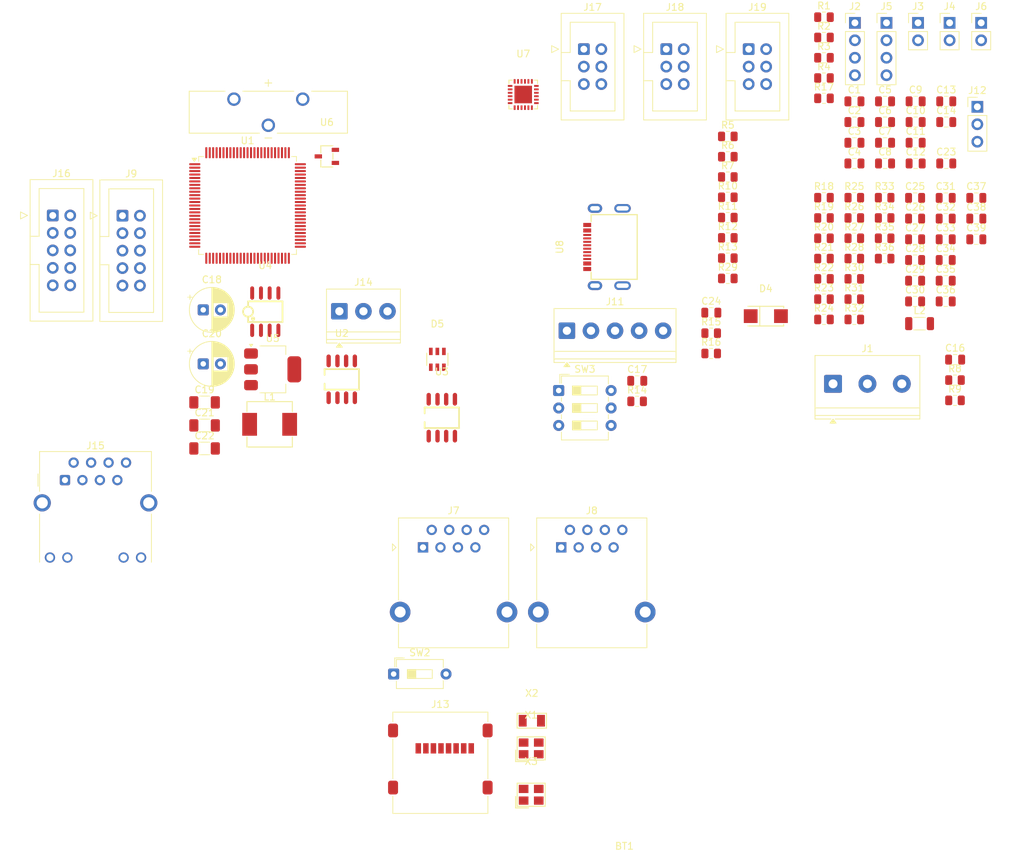
<source format=kicad_pcb>
(kicad_pcb (version 20241229) (generator "pcbnew") (generator_version "9.0")
  (layers (0 "F.Cu" signal) (2 "B.Cu" signal) (13 "F.Paste" user) (15 "B.Paste" user) (5 "F.SilkS" user "F.Silkscreen") (7 "B.SilkS" user "B.Silkscreen") (1 "F.Mask" user) (3 "B.Mask" user) (25 "Edge.Cuts" user))
  (net 0 "")
  (net 1 "GND")
  (net 2 "Net-(BT1-+)")
  (net 3 "+12V")
  (net 4 "+5V")
  (net 5 "+3.3V")
  (net 6 "Net-(D5-Pad4)")
  (net 7 "Net-(D5-Pad6)")
  (net 8 "/CAN/CAN_H")
  (net 9 "/CAN/CAN_L")
  (net 10 "Earth")
  (net 12 "Net-(J15-RCT)")
  (net 13 "/Ethernet/TXN")
  (net 14 "Net-(J15-Pad11)")
  (net 15 "/Ethernet/LED2{slash}nINTSEL")
  (net 16 "/Ethernet/RXN")
  (net 17 "/Ethernet/RXP")
  (net 18 "Net-(J15-Pad10)")
  (net 19 "/Ethernet/LED1{slash}REGOFF")
  (net 20 "/Ethernet/TXP")
  (net 21 "Net-(D4-K)")
  (net 22 "/CAN/CAN_RXD")
  (net 25 "/Controller/SDIO_D0")
  (net 26 "/Controller/ETH_RMII_TXD0")
  (net 28 "/Controller/ETH_REFCLK")
  (net 29 "/Controller/ETH_RMII_TXD1")
  (net 31 "/Controller/TIM1_CH2N")
  (net 32 "/Controller/UART6_Tx")
  (net 37 "+3V3")
  (net 38 "/Controller/OTG_FS_DP")
  (net 39 "/Controller/TIM1_CH1N")
  (net 40 "/Controller/UART3_Rx")
  (net 41 "/Controller/ETH_MDIO")
  (net 42 "/Controller/TIM1_CH3N")
  (net 43 "/Controller/OTG_FS_DM")
  (net 45 "/Controller/UART1_Rx")
  (net 47 "/Controller/BOOT0")
  (net 50 "/Controller/UART1_Tx")
  (net 52 "Net-(U1-PC15)")
  (net 53 "Net-(U1-VCAP_1)")
  (net 54 "/Controller/SDIO_CMD")
  (net 55 "Net-(J9-Pin_7)")
  (net 56 "/Controller/ETH_RMII_RXD0")
  (net 57 "/Controller/SPI1_SCK")
  (net 58 "Net-(J9-Pin_3)")
  (net 60 "/Controller/ETH_nRST")
  (net 61 "Net-(U1-PH0)")
  (net 62 "/Controller/ETH_CRSDV")
  (net 63 "Net-(U1-VCAP_2)")
  (net 65 "/Controller/UART6_Rx")
  (net 68 "/Controller/SDIO_D1")
  (net 69 "/Controller/TIM1_CH3")
  (net 70 "/Controller/BOOT1")
  (net 71 "/Controller/SPI1_MOSI")
  (net 73 "/Controller/UART2_Rx")
  (net 74 "Net-(U1-PC14)")
  (net 75 "/CAN/CAN_TXD")
  (net 76 "/Controller/SDIO_D3")
  (net 78 "/Controller/TIM1_CH1")
  (net 79 "Net-(J9-Pin_9)")
  (net 80 "/Controller/SWCLK (PA14)")
  (net 82 "/Controller/SDIO_CK")
  (net 86 "/Controller/SDIO_D2")
  (net 89 "/Controller/UART2_Tx")
  (net 92 "Net-(J9-Pin_5)")
  (net 93 "/Controller/NRST")
  (net 94 "/Controller/ETH_MDC")
  (net 95 "Net-(U1-PH1)")
  (net 96 "/Controller/ETH_RMII_TXEN")
  (net 97 "/Controller/ETH_RMII_RXD1")
  (net 100 "/Controller/SWDIO (PA13)")
  (net 102 "/Controller/SPI1_MISO")
  (net 104 "/Controller/TIM1_CH2")
  (net 106 "/Controller/VREF")
  (net 109 "/Controller/UART3_Tx")
  (net 110 "Net-(U2-RS)")
  (net 112 "/RS485/B")
  (net 113 "/RS485/A")
  (net 114 "/RS485/Z")
  (net 115 "/RS485/Y")
  (net 117 "/Controller/VREF_2.5V")
  (net 118 "/Ethernet/MODE2")
  (net 119 "/Ethernet/XTAL1")
  (net 120 "Net-(U7-nINT{slash}REFCLKO)")
  (net 121 "/Ethernet/XTAL2")
  (net 123 "/Ethernet/VDDA")
  (net 124 "/Ethernet/MODE1")
  (net 125 "Net-(U7-RBIAS)")
  (net 126 "/Ethernet/MODE0")
  (net 127 "/Ethernet/VDDCR")
  (net 128 "Net-(J16-Pin_9)")
  (net 129 "Net-(J16-Pin_7)")
  (net 130 "Net-(J16-Pin_3)")
  (net 131 "Net-(J16-Pin_5)")
  (net 135 "/Controller/I2C1_SDA")
  (net 136 "/Controller/I2C1_SCL")
  (net 137 "/Controller/SPI1_CS1")
  (net 138 "Net-(R9-Pad1)")
  (net 139 "Net-(R14-Pad1)")
  (net 140 "/Ethernet/AVDD")
  (net 141 "/Controller/SPI1_CS2")
  (net 152 "Net-(D5-Pad3)")
  (net 153 "Net-(D5-Pad1)")
  (footprint "Resistor_SMD:R_0805_2012Metric" (layer "F.Cu") (at 196.3725 93.48)
    (property "Reference" "R25" (at 0 -1.65 0) (layer "F.SilkS"))
    (property "Value" "12.1k-1%")
    (pad "1" smd roundrect (at -0.9125 0) (size 1.025 1.4) (layers "F.Cu" "F.Mask" "F.Paste") (roundrect_rratio 0.243902) (net 1 "GND"))
    (pad "2" smd roundrect (at 0.9125 0) (size 1.025 1.4) (layers "F.Cu" "F.Mask" "F.Paste") (roundrect_rratio 0.243902) (net 125 "Net-(U7-RBIAS)"))
  )
  (footprint "TerminalBlock_Phoenix:TerminalBlock_Phoenix_PT-1,5-3-5.0-H_1x03_P5.00mm_Horizontal" (layer "F.Cu") (at 193.2825 120.54)
    (property "Reference" "J1" (at 5 -5.12 0) (layer "F.SilkS"))
    (property "Value" "Screw_Terminal_01x03")
    (pad "1" thru_hole roundrect (at 0 0) (size 2.6 2.6) (drill 1.3) (layers "*.Cu" "*.Mask") (roundrect_rratio 0.096154) (net 3 "+12V"))
    (pad "2" thru_hole circle (at 5 0) (size 2.6 2.6) (drill 1.3) (layers "*.Cu" "*.Mask") (net 1 "GND"))
    (pad "3" thru_hole circle (at 10 0) (size 2.6 2.6) (drill 1.3) (layers "*.Cu" "*.Mask") (net 10 "Earth"))
  )
  (footprint "Connector_Card:microSD_HC_Molex_47219-2001" (layer "F.Cu") (at 136.18 175.645)
    (property "Reference" "J13" (at 0 -8.5 0) (layer "F.SilkS"))
    (property "Value" "Micro_SD_Card")
    (pad "1" smd rect (at -3.205 -2.1) (size 0.8 1.5) (layers "F.Cu" "F.Mask" "F.Paste") (net 86 "/Controller/SDIO_D2"))
    (pad "2" smd rect (at -2.105 -2.1) (size 0.8 1.5) (layers "F.Cu" "F.Mask" "F.Paste") (net 76 "/Controller/SDIO_D3"))
    (pad "3" smd rect (at -1.005 -2.1) (size 0.8 1.5) (layers "F.Cu" "F.Mask" "F.Paste") (net 54 "/Controller/SDIO_CMD"))
    (pad "4" smd rect (at 0.095 -2.1) (size 0.8 1.5) (layers "F.Cu" "F.Mask" "F.Paste") (net 37 "+3V3"))
    (pad "5" smd rect (at 1.195 -2.1) (size 0.8 1.5) (layers "F.Cu" "F.Mask" "F.Paste") (net 82 "/Controller/SDIO_CK"))
    (pad "6" smd rect (at 2.295 -2.1) (size 0.8 1.5) (layers "F.Cu" "F.Mask" "F.Paste") (net 1 "GND"))
    (pad "7" smd rect (at 3.395 -2.1) (size 0.8 1.5) (layers "F.Cu" "F.Mask" "F.Paste") (net 25 "/Controller/SDIO_D0"))
    (pad "8" smd rect (at 4.495 -2.1) (size 0.8 1.5) (layers "F.Cu" "F.Mask" "F.Paste") (net 68 "/Controller/SDIO_D1"))
    (pad "9" smd roundrect (at -6.875 -4.7) (size 1.45 2) (layers "F.Cu" "F.Mask" "F.Paste") (net 10 "Earth"))
    (pad "9" smd roundrect (at -6.875 3.6) (size 1.45 2) (layers "F.Cu" "F.Mask" "F.Paste") (net 10 "Earth"))
    (pad "9" smd roundrect (at 6.875 -4.7) (size 1.45 2) (layers "F.Cu" "F.Mask" "F.Paste") (net 10 "Earth"))
    (pad "9" smd roundrect (at 6.875 3.6) (size 1.45 2) (layers "F.Cu" "F.Mask" "F.Paste") (net 10 "Earth"))
  )
  (footprint "EasyEDA:QFN-24_L4.0-W4.0-P0.50-BL-EP2.6" (layer "F.Cu") (at 148.235 78.475)
    (property "Reference" "U7" (at 0 -5.91 0) (layer "F.SilkS"))
    (property "Value" "LAN8720AI-CP-TR")
    (pad "1" smd rect (at -1.25 1.91) (size 0.28 0.66) (layers "F.Cu" "F.Mask" "F.Paste") (net 123 "/Ethernet/VDDA"))
    (pad "2" smd rect (at -0.75 1.91) (size 0.28 0.66) (layers "F.Cu" "F.Mask" "F.Paste") (net 15 "/Ethernet/LED2{slash}nINTSEL"))
    (pad "3" smd rect (at -0.25 1.91) (size 0.28 0.66) (layers "F.Cu" "F.Mask" "F.Paste") (net 19 "/Ethernet/LED1{slash}REGOFF"))
    (pad "4" smd rect (at 0.25 1.91) (size 0.28 0.66) (layers "F.Cu" "F.Mask" "F.Paste") (net 121 "/Ethernet/XTAL2"))
    (pad "5" smd rect (at 0.75 1.91) (size 0.28 0.66) (layers "F.Cu" "F.Mask" "F.Paste") (net 119 "/Ethernet/XTAL1"))
    (pad "6" smd rect (at 1.25 1.91) (size 0.28 0.66) (layers "F.Cu" "F.Mask" "F.Paste") (net 127 "/Ethernet/VDDCR"))
    (pad "7" smd rect (at 1.91 1.25) (size 0.66 0.28) (layers "F.Cu" "F.Mask" "F.Paste") (net 124 "/Ethernet/MODE1"))
    (pad "8" smd rect (at 1.91 0.75) (size 0.66 0.28) (layers "F.Cu" "F.Mask" "F.Paste") (net 126 "/Ethernet/MODE0"))
    (pad "9" smd rect (at 1.91 0.25) (size 0.66 0.28) (layers "F.Cu" "F.Mask" "F.Paste") (net 37 "+3V3"))
    (pad "10" smd rect (at 1.91 -0.25) (size 0.66 0.28) (layers "F.Cu" "F.Mask" "F.Paste"))
    (pad "11" smd rect (at 1.91 -0.75) (size 0.66 0.28) (layers "F.Cu" "F.Mask" "F.Paste") (net 118 "/Ethernet/MODE2"))
    (pad "12" smd rect (at 1.91 -1.25) (size 0.66 0.28) (layers "F.Cu" "F.Mask" "F.Paste") (net 41 "/Controller/ETH_MDIO"))
    (pad "13" smd rect (at 1.25 -1.91) (size 0.28 0.66) (layers "F.Cu" "F.Mask" "F.Paste") (net 94 "/Controller/ETH_MDC"))
    (pad "14" smd rect (at 0.75 -1.91) (size 0.28 0.66) (layers "F.Cu" "F.Mask" "F.Paste") (net 120 "Net-(U7-nINT{slash}REFCLKO)"))
    (pad "15" smd rect (at 0.25 -1.91) (size 0.28 0.66) (layers "F.Cu" "F.Mask" "F.Paste") (net 60 "/Controller/ETH_nRST"))
    (pad "16" smd rect (at -0.25 -1.91) (size 0.28 0.66) (layers "F.Cu" "F.Mask" "F.Paste") (net 96 "/Controller/ETH_RMII_TXEN"))
    (pad "17" smd rect (at -0.75 -1.91) (size 0.28 0.66) (layers "F.Cu" "F.Mask" "F.Paste") (net 26 "/Controller/ETH_RMII_TXD0"))
    (pad "18" smd rect (at -1.25 -1.91) (size 0.28 0.66) (layers "F.Cu" "F.Mask" "F.Paste") (net 29 "/Controller/ETH_RMII_TXD1"))
    (pad "19" smd rect (at -1.91 -1.25) (size 0.66 0.28) (layers "F.Cu" "F.Mask" "F.Paste") (net 123 "/Ethernet/VDDA"))
    (pad "20" smd rect (at -1.91 -0.75) (size 0.66 0.28) (layers "F.Cu" "F.Mask" "F.Paste") (net 13 "/Ethernet/TXN"))
    (pad "21" smd rect (at -1.91 -0.25) (size 0.66 0.28) (layers "F.Cu" "F.Mask" "F.Paste") (net 20 "/Ethernet/TXP"))
    (pad "22" smd rect (at -1.91 0.25) (size 0.66 0.28) (layers "F.Cu" "F.Mask" "F.Paste") (net 16 "/Ethernet/RXN"))
    (pad "23" smd rect (at -1.91 0.75) (size 0.66 0.28) (layers "F.Cu" "F.Mask" "F.Paste") (net 17 "/Ethernet/RXP"))
    (pad "24" smd rect (at -1.91 1.25) (size 0.66 0.28) (layers "F.Cu" "F.Mask" "F.Paste") (net 125 "Net-(U7-RBIAS)"))
    (pad "25" smd rect (at 0 0) (size 2.55 2.55) (layers "F.Cu" "F.Mask" "F.Paste") (net 1 "GND"))
  )
  (footprint "Capacitor_SMD:C_1206_3216Metric_Pad1.33x1.80mm_HandSolder" (layer "F.Cu") (at 101.9 129.94)
    (property "Reference" "C22" (at 0 -1.85 0) (layer "F.SilkS"))
    (property "Value" "10u")
    (pad "1" smd roundrect (at -1.5625 0) (size 1.325 1.8) (layers "F.Cu" "F.Mask" "F.Paste") (roundrect_rratio 0.188679) (net 5 "+3.3V"))
    (pad "2" smd roundrect (at 1.5625 0) (size 1.325 1.8) (layers "F.Cu" "F.Mask" "F.Paste") (roundrect_rratio 0.188679) (net 1 "GND"))
  )
  (footprint "EasyEDA:OSC-SMD_2P-L3.2-W1.5" (layer "F.Cu") (at 149.485 169.53)
    (property "Reference" "X2" (at 0 -4 0) (layer "F.SilkS"))
    (property "Value" "ABS07-32.768KHZ-T")
    (pad "1" smd rect (at -1.33 0) (size 1.15 1.7) (layers "F.Cu" "F.Mask" "F.Paste") (net 52 "Net-(U1-PC15)"))
    (pad "2" smd rect (at 1.33 0) (size 1.15 1.7) (layers "F.Cu" "F.Mask" "F.Paste") (net 74 "Net-(U1-PC14)"))
  )
  (footprint "Inductor_SMD:L_1206_3216Metric" (layer "F.Cu") (at 205.8625 111.79)
    (property "Reference" "L2" (at 0 -1.9 0) (layer "F.SilkS"))
    (property "Value" "2A/0.05")
    (pad "1" smd roundrect (at -1.575 0) (size 1.05 1.9) (layers "F.Cu" "F.Mask" "F.Paste") (roundrect_rratio 0.238095) (net 37 "+3V3"))
    (pad "2" smd roundrect (at 1.575 0) (size 1.05 1.9) (layers "F.Cu" "F.Mask" "F.Paste") (roundrect_rratio 0.238095) (net 123 "/Ethernet/VDDA"))
  )
  (footprint "Resistor_SMD:R_0805_2012Metric" (layer "F.Cu") (at 164.7925 123.09)
    (property "Reference" "R14" (at 0 -1.65 0) (layer "F.SilkS"))
    (property "Value" "120")
    (pad "1" smd roundrect (at -0.9125 0) (size 1.025 1.4) (layers "F.Cu" "F.Mask" "F.Paste") (roundrect_rratio 0.243902) (net 139 "Net-(R14-Pad1)"))
    (pad "2" smd roundrect (at 0.9125 0) (size 1.025 1.4) (layers "F.Cu" "F.Mask" "F.Paste") (roundrect_rratio 0.243902) (net 112 "/RS485/B"))
  )
  (footprint "Capacitor_SMD:C_0805_2012Metric" (layer "F.Cu") (at 209.7425 82.48)
    (property "Reference" "C14" (at 0 -1.68 0) (layer "F.SilkS"))
    (property "Value" "4.7u")
    (pad "1" smd roundrect (at -0.95 0) (size 1 1.45) (layers "F.Cu" "F.Mask" "F.Paste") (net 37 "+3V3"))
    (pad "2" smd roundrect (at 0.95 0) (size 1 1.45) (layers "F.Cu" "F.Mask" "F.Paste") (net 1 "GND"))
  )
  (footprint "Connector_IDC:IDC-Header_2x03_P2.54mm_Vertical" (layer "F.Cu") (at 169.0325 71.88)
    (property "Reference" "J18" (at 1.27 -6.1 0) (layer "F.SilkS"))
    (property "Value" "Conn_02x03_Odd_Even")
    (pad "1" thru_hole roundrect (at 0 0) (size 1.7 1.7) (drill 1) (layers "*.Cu" "*.Mask") (roundrect_rratio 0.147059) (net 32 "/Controller/UART6_Tx"))
    (pad "2" thru_hole circle (at 2.54 0) (size 1.7 1.7) (drill 1) (layers "*.Cu" "*.Mask") (net 1 "GND"))
    (pad "3" thru_hole circle (at 0 2.54) (size 1.7 1.7) (drill 1) (layers "*.Cu" "*.Mask") (net 65 "/Controller/UART6_Rx"))
    (pad "4" thru_hole circle (at 2.54 2.54) (size 1.7 1.7) (drill 1) (layers "*.Cu" "*.Mask") (net 1 "GND"))
    (pad "5" thru_hole circle (at 0 5.08) (size 1.7 1.7) (drill 1) (layers "*.Cu" "*.Mask"))
    (pad "6" thru_hole circle (at 2.54 5.08) (size 1.7 1.7) (drill 1) (layers "*.Cu" "*.Mask") (net 1 "GND"))
  )
  (footprint "Capacitor_SMD:C_0805_2012Metric" (layer "F.Cu") (at 205.2125 96.52)
    (property "Reference" "C26" (at 0 -1.68 0) (layer "F.SilkS"))
    (property "Value" "10pF")
    (pad "1" smd roundrect (at -0.95 0) (size 1 1.45) (layers "F.Cu" "F.Mask" "F.Paste") (net 17 "/Ethernet/RXP"))
    (pad "2" smd roundrect (at 0.95 0) (size 1 1.45) (layers "F.Cu" "F.Mask" "F.Paste") (net 1 "GND"))
  )
  (footprint "Capacitor_SMD:C_0805_2012Metric" (layer "F.Cu") (at 209.6625 102.54)
    (property "Reference" "C34" (at 0 -1.68 0) (layer "F.SilkS"))
    (property "Value" "0.1uF")
    (pad "1" smd roundrect (at -0.95 0) (size 1 1.45) (layers "F.Cu" "F.Mask" "F.Paste") (net 37 "+3V3"))
    (pad "2" smd roundrect (at 0.95 0) (size 1 1.45) (layers "F.Cu" "F.Mask" "F.Paste") (net 1 "GND"))
  )
  (footprint "Capacitor_THT:CP_Radial_D6.3mm_P2.50mm" (layer "F.Cu") (at 101.705241 109.79)
    (property "Reference" "C18" (at 1.25 -4.4 0) (layer "F.SilkS"))
    (property "Value" "100uF-35V")
    (pad "1" thru_hole roundrect (at 0 0) (size 1.6 1.6) (drill 0.8) (layers "*.Cu" "*.Mask") (roundrect_rratio 0.15625) (net 3 "+12V"))
    (pad "2" thru_hole circle (at 2.5 0) (size 1.6 1.6) (drill 0.8) (layers "*.Cu" "*.Mask") (net 1 "GND"))
  )
  (footprint "Resistor_SMD:R_0805_2012Metric" (layer "F.Cu") (at 200.7825 99.38)
    (property "Reference" "R35" (at 0 -1.65 0) (layer "F.SilkS"))
    (property "Value" "470")
    (pad "1" smd roundrect (at -0.9125 0) (size 1.025 1.4) (layers "F.Cu" "F.Mask" "F.Paste") (roundrect_rratio 0.243902) (net 1 "GND"))
    (pad "2" smd roundrect (at 0.9125 0) (size 1.025 1.4) (layers "F.Cu" "F.Mask" "F.Paste") (roundrect_rratio 0.243902) (net 14 "Net-(J15-Pad11)"))
  )
  (footprint "Resistor_SMD:R_0805_2012Metric" (layer "F.Cu") (at 191.9625 93.48)
    (property "Reference" "R18" (at 0 -1.65 0) (layer "F.SilkS"))
    (property "Value" "1.5k-1%")
    (pad "1" smd roundrect (at -0.9125 0) (size 1.025 1.4) (layers "F.Cu" "F.Mask" "F.Paste") (roundrect_rratio 0.243902) (net 41 "/Controller/ETH_MDIO"))
    (pad "2" smd roundrect (at 0.9125 0) (size 1.025 1.4) (layers "F.Cu" "F.Mask" "F.Paste") (roundrect_rratio 0.243902) (net 37 "+3V3"))
  )
  (footprint "Resistor_SMD:R_0805_2012Metric" (layer "F.Cu") (at 177.9825 96.37)
    (property "Reference" "R11" (at 0 -1.65 0) (layer "F.SilkS"))
    (property "Value" "0")
    (pad "1" smd roundrect (at -0.9125 0) (size 1.025 1.4) (layers "F.Cu" "F.Mask" "F.Paste") (roundrect_rratio 0.243902) (net 71 "/Controller/SPI1_MOSI"))
    (pad "2" smd roundrect (at 0.9125 0) (size 1.025 1.4) (layers "F.Cu" "F.Mask" "F.Paste") (roundrect_rratio 0.243902) (net 130 "Net-(J16-Pin_3)"))
  )
  (footprint "Capacitor_SMD:C_0805_2012Metric" (layer "F.Cu") (at 205.2125 108.56)
    (property "Reference" "C30" (at 0 -1.68 0) (layer "F.SilkS"))
    (property "Value" "0.1uF")
    (pad "1" smd roundrect (at -0.95 0) (size 1 1.45) (layers "F.Cu" "F.Mask" "F.Paste") (net 37 "+3V3"))
    (pad "2" smd roundrect (at 0.95 0) (size 1 1.45) (layers "F.Cu" "F.Mask" "F.Paste") (net 1 "GND"))
  )
  (footprint "Capacitor_SMD:C_0805_2012Metric" (layer "F.Cu") (at 214.1125 99.53)
    (property "Reference" "C39" (at 0 -1.68 0) (layer "F.SilkS"))
    (property "Value" "30pF")
    (pad "1" smd roundrect (at -0.95 0) (size 1 1.45) (layers "F.Cu" "F.Mask" "F.Paste") (net 1 "GND"))
    (pad "2" smd roundrect (at 0.95 0) (size 1 1.45) (layers "F.Cu" "F.Mask" "F.Paste") (net 119 "/Ethernet/XTAL1"))
  )
  (footprint "Capacitor_SMD:C_0805_2012Metric" (layer "F.Cu") (at 209.6625 99.53)
    (property "Reference" "C33" (at 0 -1.68 0) (layer "F.SilkS"))
    (property "Value" "0.1uF")
    (pad "1" smd roundrect (at -0.95 0) (size 1 1.45) (layers "F.Cu" "F.Mask" "F.Paste") (net 123 "/Ethernet/VDDA"))
    (pad "2" smd roundrect (at 0.95 0) (size 1 1.45) (layers "F.Cu" "F.Mask" "F.Paste") (net 1 "GND"))
  )
  (footprint "Capacitor_SMD:C_1206_3216Metric_Pad1.33x1.80mm_HandSolder" (layer "F.Cu") (at 101.9 123.24)
    (property "Reference" "C19" (at 0 -1.85 0) (layer "F.SilkS"))
    (property "Value" "1u-50V")
    (pad "1" smd roundrect (at -1.5625 0) (size 1.325 1.8) (layers "F.Cu" "F.Mask" "F.Paste") (roundrect_rratio 0.188679) (net 3 "+12V"))
    (pad "2" smd roundrect (at 1.5625 0) (size 1.325 1.8) (layers "F.Cu" "F.Mask" "F.Paste") (roundrect_rratio 0.188679) (net 1 "GND"))
  )
  (footprint "Capacitor_SMD:C_0805_2012Metric" (layer "F.Cu") (at 164.8125 120.11)
    (property "Reference" "C17" (at 0 -1.68 0) (layer "F.SilkS"))
    (property "Value" "0.1u")
    (pad "1" smd roundrect (at -0.95 0) (size 1 1.45) (layers "F.Cu" "F.Mask" "F.Paste") (net 5 "+3.3V"))
    (pad "2" smd roundrect (at 0.95 0) (size 1 1.45) (layers "F.Cu" "F.Mask" "F.Paste") (net 1 "GND"))
  )
  (footprint "EasyEDA:BAT_1074" (layer "F.Cu") (at 111.17 81.0485)
    (property "Reference" "BT1" (at 51.775 106.715 0) (layer "F.SilkS"))
    (property "Value" "CR2032")
    (pad "1" thru_hole circle (at -5 -1.9) (size 1.95 1.95) (drill 1.3) (layers "*.Cu" "*.Mask") (net 2 "Net-(BT1-+)"))
    (pad "1" thru_hole circle (at 5 -1.9) (size 1.95 1.95) (drill 1.3) (layers "*.Cu" "*.Mask") (net 2 "Net-(BT1-+)"))
    (pad "2" thru_hole circle (at 0 1.9) (size 1.95 1.95) (drill 1.3) (layers "*.Cu" "*.Mask") (net 1 "GND"))
  )
  (footprint "EasyEDA:IND-SMD_L7.1-W6.6_H5.0" (layer "F.Cu") (at 111.36 126.43)
    (property "Reference" "L1" (at 0 -4 0) (layer "F.SilkS"))
    (property "Value" "SMMS0650-680M")
    (pad "1" smd rect (at -2.91 0) (size 2.15 3.32) (layers "F.Cu" "F.Mask" "F.Paste") (net 21 "Net-(D4-K)"))
    (pad "2" smd rect (at 2.91 0) (size 2.15 3.32) (layers "F.Cu" "F.Mask" "F.Paste") (net 4 "+5V"))
  )
  (footprint "Resistor_SMD:R_0805_2012Metric" (layer "F.Cu") (at 177.9825 93.42)
    (property "Reference" "R10" (at 0 -1.65 0) (layer "F.SilkS"))
    (property "Value" "0")
    (pad "1" smd roundrect (at -0.9125 0) (size 1.025 1.4) (layers "F.Cu" "F.Mask" "F.Paste") (roundrect_rratio 0.243902) (net 71 "/Controller/SPI1_MOSI"))
    (pad "2" smd roundrect (at 0.9125 0) (size 1.025 1.4) (layers "F.Cu" "F.Mask" "F.Paste") (roundrect_rratio 0.243902) (net 58 "Net-(J9-Pin_3)"))
  )
  (footprint "Resistor_SMD:R_0805_2012Metric" (layer "F.Cu") (at 175.5625 116.13)
    (property "Reference" "R16" (at 0 -1.65 0) (layer "F.SilkS"))
    (property "Value" "0")
    (pad "1" smd roundrect (at -0.9125 0) (size 1.025 1.4) (layers "F.Cu" "F.Mask" "F.Paste") (roundrect_rratio 0.243902) (net 38 "/Controller/OTG_FS_DP"))
    (pad "2" smd roundrect (at 0.9125 0) (size 1.025 1.4) (layers "F.Cu" "F.Mask" "F.Paste") (roundrect_rratio 0.243902) (net 6 "Net-(D5-Pad4)"))
  )
  (footprint "Button_Switch_THT:SW_DIP_SPSTx01_Slide_6.7x4.1mm_W7.62mm_P2.54mm_LowProfile" (layer "F.Cu") (at 129.39 162.74)
    (property "Reference" "SW2" (at 3.81 -3.11 0) (layer "F.SilkS"))
    (property "Value" "SW_DIP_x01")
    (pad "1" thru_hole roundrect (at 0 0) (size 1.6 1.6) (drill 0.8) (layers "*.Cu" "*.Mask") (roundrect_rratio 0.15625) (net 138 "Net-(R9-Pad1)"))
    (pad "2" thru_hole circle (at 7.62 0) (size 1.6 1.6) (drill 0.8) (layers "*.Cu" "*.Mask") (net 8 "/CAN/CAN_H"))
  )
  (footprint "Resistor_SMD:R_0805_2012Metric" (layer "F.Cu") (at 200.7825 93.48)
    (property "Reference" "R33" (at 0 -1.65 0) (layer "F.SilkS"))
    (property "Value" "4.7k")
    (pad "1" smd roundrect (at -0.9125 0) (size 1.025 1.4) (layers "F.Cu" "F.Mask" "F.Paste") (roundrect_rratio 0.243902) (net 118 "/Ethernet/MODE2"))
    (pad "2" smd roundrect (at 0.9125 0) (size 1.025 1.4) (layers "F.Cu" "F.Mask" "F.Paste") (roundrect_rratio 0.243902) (net 1 "GND"))
  )
  (footprint "Capacitor_SMD:C_0805_2012Metric" (layer "F.Cu") (at 209.7425 79.47)
    (property "Reference" "C13" (at 0 -1.68 0) (layer "F.SilkS"))
    (property "Value" "100n")
    (pad "1" smd roundrect (at -0.95 0) (size 1 1.45) (layers "F.Cu" "F.Mask" "F.Paste") (net 37 "+3V3"))
    (pad "2" smd roundrect (at 0.95 0) (size 1 1.45) (layers "F.Cu" "F.Mask" "F.Paste") (net 1 "GND"))
  )
  (footprint "Capacitor_SMD:C_0805_2012Metric" (layer "F.Cu") (at 196.3925 79.47)
    (property "Reference" "C1" (at 0 -1.68 0) (layer "F.SilkS"))
    (property "Value" "20p")
    (pad "1" smd roundrect (at -0.95 0) (size 1 1.45) (layers "F.Cu" "F.Mask" "F.Paste") (net 1 "GND"))
    (pad "2" smd roundrect (at 0.95 0) (size 1 1.45) (layers "F.Cu" "F.Mask" "F.Paste") (net 95 "Net-(U1-PH1)"))
  )
  (footprint "Capacitor_SMD:C_0805_2012Metric" (layer "F.Cu") (at 214.1125 96.52)
    (property "Reference" "C38" (at 0 -1.68 0) (layer "F.SilkS"))
    (property "Value" "30pF")
    (pad "1" smd roundrect (at -0.95 0) (size 1 1.45) (layers "F.Cu" "F.Mask" "F.Paste") (net 1 "GND"))
    (pad "2" smd roundrect (at 0.95 0) (size 1 1.45) (layers "F.Cu" "F.Mask" "F.Paste") (net 121 "/Ethernet/XTAL2"))
  )
  (footprint "TerminalBlock_Phoenix:TerminalBlock_Phoenix_PT-1,5-5-3.5-H_1x05_P3.50mm_Horizontal" (layer "F.Cu") (at 154.5825 112.82)
    (property "Reference" "J11" (at 7 -4.22 0) (layer "F.SilkS"))
    (property "Value" "Screw_Terminal_01x05")
    (pad "1" thru_hole roundrect (at 0 0) (size 2.4 2.4) (drill 1.2) (layers "*.Cu" "*.Mask") (roundrect_rratio 0.104167) (net 115 "/RS485/Y"))
    (pad "2" thru_hole circle (at 3.5 0) (size 2.4 2.4) (drill 1.2) (layers "*.Cu" "*.Mask") (net 114 "/RS485/Z"))
    (pad "3" thru_hole circle (at 7 0) (size 2.4 2.4) (drill 1.2) (layers "*.Cu" "*.Mask") (net 113 "/RS485/A"))
    (pad "4" thru_hole circle (at 10.5 0) (size 2.4 2.4) (drill 1.2) (layers "*.Cu" "*.Mask") (net 112 "/RS485/B"))
    (pad "5" thru_hole circle (at 14 0) (size 2.4 2.4) (drill 1.2) (layers "*.Cu" "*.Mask") (net 1 "GND"))
  )
  (footprint "Resistor_SMD:R_0805_2012Metric" (layer "F.Cu") (at 177.9825 102.27)
    (property "Reference" "R13" (at 0 -1.65 0) (layer "F.SilkS"))
    (property "Value" "0")
    (pad "1" smd roundrect (at -0.9125 0) (size 1.025 1.4) (layers "F.Cu" "F.Mask" "F.Paste") (roundrect_rratio 0.243902) (net 57 "/Controller/SPI1_SCK"))
    (pad "2" smd roundrect (at 0.9125 0) (size 1.025 1.4) (layers "F.Cu" "F.Mask" "F.Paste") (roundrect_rratio 0.243902) (net 129 "Net-(J16-Pin_7)"))
  )
  (footprint "EasyEDA:SOT-23-6_L2.9-W1.6-P0.95-LS2.8-BL" (layer "F.Cu") (at 135.745 116.98)
    (property "Reference" "D5" (at 0 -5.15 0) (layer "F.SilkS"))
    (property "Value" "USBLC6-2SC6")
    (pad "1" smd rect (at -0.95 1.15) (size 0.53 1.07) (layers "F.Cu" "F.Mask" "F.Paste") (net 153 "Net-(D5-Pad1)"))
    (pad "2" smd rect (at 0 1.15) (size 0.53 1.07) (layers "F.Cu" "F.Mask" "F.Paste") (net 1 "GND"))
    (pad "3" smd rect (at 0.95 1.15) (size 0.53 1.07) (layers "F.Cu" "F.Mask" "F.Paste") (net 152 "Net-(D5-Pad3)"))
    (pad "4" smd rect (at 0.95 -1.15) (size 0.53 1.07) (layers "F.Cu" "F.Mask" "F.Paste") (net 6 "Net-(D5-Pad4)"))
    (pad "5" smd rect (at 0 -1.15) (size 0.53 1.07) (layers "F.Cu" "F.Mask" "F.Paste") (net 5 "+3.3V"))
    (pad "6" smd rect (at -0.95 -1.15) (size 0.53 1.07) (layers "F.Cu" "F.Mask" "F.Paste") (net 7 "Net-(D5-Pad6)"))
  )
  (footprint "Capacitor_SMD:C_0805_2012Metric" (layer "F.Cu") (at 205.2925 88.5)
    (property "Reference" "C12" (at 0 -1.68 0) (layer "F.SilkS"))
    (property "Value" "100n")
    (pad "1" smd roundrect (at -0.95 0) (size 1 1.45) (layers "F.Cu" "F.Mask" "F.Paste") (net 37 "+3V3"))
    (pad "2" smd roundrect (at 0.95 0) (size 1 1.45) (layers "F.Cu" "F.Mask" "F.Paste") (net 1 "GND"))
  )
  (footprint "TerminalBlock_Phoenix:TerminalBlock_Phoenix_PT-1,5-3-3.5-H_1x03_P3.50mm_Horizontal" (layer "F.Cu") (at 121.5 109.99)
    (property "Reference" "J14" (at 3.5 -4.22 0) (layer "F.SilkS"))
    (property "Value" "Screw_Terminal_01x03")
    (pad "1" thru_hole roundrect (at 0 0) (size 2.4 2.4) (drill 1.2) (layers "*.Cu" "*.Mask") (roundrect_rratio 0.104167) (net 8 "/CAN/CAN_H"))
    (pad "2" thru_hole circle (at 3.5 0) (size 2.4 2.4) (drill 1.2) (layers "*.Cu" "*.Mask") (net 9 "/CAN/CAN_L"))
    (pad "3" thru_hole circle (at 7 0) (size 2.4 2.4) (drill 1.2) (layers "*.Cu" "*.Mask") (net 1 "GND"))
  )
  (footprint "Resistor_SMD:R_0805_2012Metric" (layer "F.Cu") (at 177.9825 90.47)
    (property "Reference" "R7" (at 0 -1.65 0) (layer "F.SilkS"))
    (property "Value" "0")
    (pad "1" smd roundrect (at -0.9125 0) (size 1.025 1.4) (layers "F.Cu" "F.Mask" "F.Paste") (roundrect_rratio 0.243902) (net 137 "/Controller/SPI1_CS1"))
    (pad "2" smd roundrect (at 0.9125 0) (size 1.025 1.4) (layers "F.Cu" "F.Mask" "F.Paste") (roundrect_rratio 0.243902) (net 79 "Net-(J9-Pin_9)"))
  )
  (footprint "Resistor_SMD:R_0805_2012Metric" (layer "F.Cu") (at 196.3725 96.43)
    (property "Reference" "R26" (at 0 -1.65 0) (layer "F.SilkS"))
    (property "Value" "33")
    (pad "1" smd roundrect (at -0.9125 0) (size 1.025 1.4) (layers "F.Cu" "F.Mask" "F.Paste") (roundrect_rratio 0.243902) (net 120 "Net-(U7-nINT{slash}REFCLKO)"))
    (pad "2" smd roundrect (at 0.9125 0) (size 1.025 1.4) (layers "F.Cu" "F.Mask" "F.Paste") (roundrect_rratio 0.243902) (net 28 "/Controller/ETH_REFCLK"))
  )
  (footprint "Capacitor_SMD:C_0805_2012Metric" (layer "F.Cu") (at 175.5825 110.2)
    (property "Reference" "C24" (at 0 -1.68 0) (layer "F.SilkS"))
    (property "Value" "100n")
    (pad "1" smd roundrect (at -0.95 0) (size 1 1.45) (layers "F.Cu" "F.Mask" "F.Paste") (net 5 "+3.3V"))
    (pad "2" smd roundrect (at 0.95 0) (size 1 1.45) (layers "F.Cu" "F.Mask" "F.Paste") (net 1 "GND"))
  )
  (footprint "Connector_IDC:IDC-Header_2x05_P2.54mm_Vertical" (layer "F.Cu") (at 79.825 96.06)
    (property "Reference" "J16" (at 1.27 -6.1 0) (layer "F.SilkS"))
    (property "Value" "Conn_02x05_Odd_Even")
    (pad "1" thru_hole roundrect (at 0 0) (size 1.7 1.7) (drill 1) (layers "*.Cu" "*.Mask") (roundrect_rratio 0.147059) (net 4 "+5V"))
    (pad "2" thru_hole circle (at 2.54 0) (size 1.7 1.7) (drill 1) (layers "*.Cu" "*.Mask") (net 1 "GND"))
    (pad "3" thru_hole circle (at 0 2.54) (size 1.7 1.7) (drill 1) (layers "*.Cu" "*.Mask") (net 130 "Net-(J16-Pin_3)"))
    (pad "4" thru_hole circle (at 2.54 2.54) (size 1.7 1.7) (drill 1) (layers "*.Cu" "*.Mask") (net 1 "GND"))
    (pad "5" thru_hole circle (at 0 5.08) (size 1.7 1.7) (drill 1) (layers "*.Cu" "*.Mask") (net 131 "Net-(J16-Pin_5)"))
    (pad "6" thru_hole circle (at 2.54 5.08) (size 1.7 1.7) (drill 1) (layers "*.Cu" "*.Mask") (net 1 "GND"))
    (pad "7" thru_hole circle (at 0 7.62) (size 1.7 1.7) (drill 1) (layers "*.Cu" "*.Mask") (net 129 "Net-(J16-Pin_7)"))
    (pad "8" thru_hole circle (at 2.54 7.62) (size 1.7 1.7) (drill 1) (layers "*.Cu" "*.Mask") (net 1 "GND"))
    (pad "9" thru_hole circle (at 0 10.16) (size 1.7 1.7) (drill 1) (layers "*.Cu" "*.Mask") (net 128 "Net-(J16-Pin_9)"))
    (pad "10" thru_hole circle (at 2.54 10.16) (size 1.7 1.7) (drill 1) (layers "*.Cu" "*.Mask") (net 1 "GND"))
  )
  (footprint "Capacitor_SMD:C_0805_2012Metric" (layer "F.Cu") (at 196.3925 82.48)
    (property "Reference" "C2" (at 0 -1.68 0) (layer "F.SilkS"))
    (property "Value" "20p")
    (pad "1" smd roundrect (at -0.95 0) (size 1 1.45) (layers "F.Cu" "F.Mask" "F.Paste") (net 1 "GND"))
    (pad "2" smd roundrect (at 0.95 0) (size 1 1.45) (layers "F.Cu" "F.Mask" "F.Paste") (net 61 "Net-(U1-PH0)"))
  )
  (footprint "Connector_RJ:RJ45_Hanrun_HR911105A_Horizontal" (layer "F.Cu") (at 81.6 134.54)
    (property "Reference" "J15" (at 4.44 -5 0) (layer "F.SilkS"))
    (property "Value" "RJ45_Hanrun_HR911105A_Horizontal")
    (pad "" np_thru_hole circle (at -1.275 6.36) (size 3.25 3.25) (drill 3.25) (layers "*.Cu" "*.Mask"))
    (pad "" np_thru_hole circle (at 10.155 6.36) (size 3.25 3.25) (drill 3.25) (layers "*.Cu" "*.Mask"))
    (pad "1" thru_hole roundrect (at 0 0) (size 1.5 1.5) (drill 0.89) (layers "*.Cu" "*.Mask") (roundrect_rratio 0.167) (net 20 "/Ethernet/TXP"))
    (pad "2" thru_hole circle (at 1.26 -2.54) (size 1.5 1.5) (drill 0.89) (layers "*.Cu" "*.Mask") (net 13 "/Ethernet/TXN"))
    (pad "3" thru_hole circle (at 2.54 0) (size 1.5 1.5) (drill 0.89) (layers "*.Cu" "*.Mask") (net 17 "/Ethernet/RXP"))
    (pad "4" thru_hole circle (at 3.8 -2.54) (size 1.5 1.5) (drill 0.89) (layers "*.Cu" "*.Mask") (net 12 "Net-(J15-RCT)"))
    (pad "5" thru_hole circle (at 5.08 0) (size 1.5 1.5) (drill 0.89) (layers "*.Cu" "*.Mask") (net 12 "Net-(J15-RCT)"))
    (pad "6" thru_hole circle (at 6.34 -2.54) (size 1.5 1.5) (drill 0.89) (layers "*.Cu" "*.Mask") (net 16 "/Ethernet/RXN"))
    (pad "7" thru_hole circle (at 7.62 0) (size 1.5 1.5) (drill 0.89) (layers "*.Cu" "*.Mask"))
    (pad "8" thru_hole circle (at 8.88 -2.54) (size 1.5 1.5) (drill 0.89) (layers "*.Cu" "*.Mask") (net 1 "GND"))
    (pad "9" thru_hole circle (at -2.185 11.26) (size 1.5 1.5) (drill 1.02) (layers "*.Cu" "*.Mask") (net 19 "/Ethernet/LED1{slash}REGOFF"))
    (pad "10" thru_hole circle (at 0.355 11.26) (size 1.5 1.5) (drill 1.02) (layers "*.Cu" "*.Mask") (net 18 "Net-(J15-Pad10)"))
    (pad "11" thru_hole circle (at 8.525 11.26) (size 1.5 1.5) (drill 1.02) (layers "*.Cu" "*.Mask") (net 14 "Net-(J15-Pad11)"))
    (pad "12" thru_hole circle (at 11.065 11.26) (size 1.5 1.5) (drill 1.02) (layers "*.Cu" "*.Mask") (net 15 "/Ethernet/LED2{slash}nINTSEL"))
    (pad "SH" thru_hole circle (at -3.305 3.31) (size 2.5 2.5) (drill 1.63) (layers "*.Cu" "*.Mask") (net 10 "Earth"))
    (pad "SH" thru_hole circle (at 12.185 3.31) (size 2.5 2.5) (drill 1.63) (layers "*.Cu" "*.Mask") (net 10 "Earth"))
  )
  (footprint "Capacitor_SMD:C_0805_2012Metric" (layer "F.Cu") (at 205.2125 102.54)
    (property "Reference" "C28" (at 0 -1.68 0) (layer "F.SilkS"))
    (property "Value" "10pF")
    (pad "1" smd roundrect (at -0.95 0) (size 1 1.45) (layers "F.Cu" "F.Mask" "F.Paste") (net 16 "/Ethernet/RXN"))
    (pad "2" smd roundrect (at 0.95 0) (size 1 1.45) (layers "F.Cu" "F.Mask" "F.Paste") (net 1 "GND"))
  )
  (footprint "Resistor_SMD:R_0805_2012Metric" (layer "F.Cu") (at 191.9625 102.33)
    (property "Reference" "R21" (at 0 -1.65 0) (layer "F.SilkS"))
    (property "Value" "49.9-1%")
    (pad "1" smd roundrect (at -0.9125 0) (size 1.025 1.4) (layers "F.Cu" "F.Mask" "F.Paste") (roundrect_rratio 0.243902) (net 140 "/Ethernet/AVDD"))
    (pad "2" smd roundrect (at 0.9125 0) (size 1.025 1.4) (layers "F.Cu" "F.Mask" "F.Paste") (roundrect_rratio 0.243902) (net 20 "/Ethernet/TXP"))
  )
  (footprint "Capacitor_SMD:C_0805_2012Metric" (layer "F.Cu") (at 205.2125 93.51)
    (property "Reference" "C25" (at 0 -1.68 0) (layer "F.SilkS"))
    (property "Value" "10pF")
    (pad "1" smd roundrect (at -0.95 0) (size 1 1.45) (layers "F.Cu" "F.Mask" "F.Paste") (net 13 "/Ethernet/TXN"))
    (pad "2" smd roundrect (at 0.95 0) (size 1 1.45) (layers "F.Cu" "F.Mask" "F.Paste") (net 1 "GND"))
  )
  (footprint "Resistor_SMD:R_0805_2012Metric" (layer "F.Cu") (at 177.9825 99.32)
    (property "Reference" "R12" (at 0 -1.65 0) (layer "F.SilkS"))
    (property "Value" "0")
    (pad "1" smd roundrect (at -0.9125 0) (size 1.025 1.4) (layers "F.Cu" "F.Mask" "F.Paste") (roundrect_rratio 0.243902) (net 102 "/Controller/SPI1_MISO"))
    (pad "2" smd roundrect (at 0.9125 0) (size 1.025 1.4) (layers "F.Cu" "F.Mask" "F.Paste") (roundrect_rratio 0.243902) (net 131 "Net-(J16-Pin_5)"))
  )
  (footprint "Connector_PinHeader_2.54mm:PinHeader_1x04_P2.54mm_Vertical" (layer "F.Cu") (at 196.4625 68.05)
    (property "Reference" "J2" (at 0 -2.38 0) (layer "F.SilkS"))
    (property "Value" "Conn_01x04_Pin")
    (pad "1" thru_hole rect (at 0 0) (size 1.7 1.7) (drill 1) (layers "*.Cu" "*.Mask") (net 100 "/Controller/SWDIO (PA13)"))
    (pad "2" thru_hole circle (at 0 2.54) (size 1.7 1.7) (drill 1) (layers "*.Cu" "*.Mask") (net 80 "/Controller/SWCLK (PA14)"))
    (pad "3" thru_hole circle (at 0 5.08) (size 1.7 1.7) (drill 1) (layers "*.Cu" "*.Mask") (net 37 "+3V3"))
    (pad "4" thru_hole circle (at 0 7.62) (size 1.7 1.7) (drill 1) (layers "*.Cu" "*.Mask") (net 1 "GND"))
  )
  (footprint "Button_Switch_THT:SW_DIP_SPSTx03_Slide_6.7x9.18mm_W7.62mm_P2.54mm_LowProfile" (layer "F.Cu") (at 153.3925 121.515)
    (property "Reference" "SW3" (at 3.81 -3.11 0) (layer "F.SilkS"))
    (property "Value" "SW_DIP_x03")
    (pad "1" thru_hole roundrect (at 0 0) (size 1.6 1.6) (drill 0.8) (layers "*.Cu" "*.Mask") (roundrect_rratio 0.15625) (net 113 "/RS485/A"))
    (pad "2" thru_hole circle (at 0 2.54) (size 1.6 1.6) (drill 0.8) (layers "*.Cu" "*.Mask") (net 113 "/RS485/A"))
    (pad "3" thru_hole circle (at 0 5.08) (size 1.6 1.6) (drill 0.8) (layers "*.Cu" "*.Mask") (net 112 "/RS485/B"))
    (pad "4" thru_hole circle (at 7.62 5.08) (size 1.6 1.6) (drill 0.8) (layers "*.Cu" "*.Mask") (net 115 "/RS485/Y"))
    (pad "5" thru_hole circle (at 7.62 2.54) (size 1.6 1.6) (drill 0.8) (layers "*.Cu" "*.Mask") (net 114 "/RS485/Z"))
    (pad "6" thru_hole circle (at 7.62 0) (size 1.6 1.6) (drill 0.8) (layers "*.Cu" "*.Mask") (net 139 "Net-(R14-Pad1)"))
  )
  (footprint "Connector_PinHeader_2.54mm:PinHeader_1x04_P2.54mm_Vertical" (layer "F.Cu") (at 201.0525 68.05)
    (property "Reference" "J5" (at 0 -2.38 0) (layer "F.SilkS"))
    (property "Value" "Conn_01x04_Pin")
    (pad "1" thru_hole rect (at 0 0) (size 1.7 1.7) (drill 1) (layers "*.Cu" "*.Mask") (net 50 "/Controller/UART1_Tx"))
    (pad "2" thru_hole circle (at 0 2.54) (size 1.7 1.7) (drill 1) (layers "*.Cu" "*.Mask") (net 45 "/Controller/UART1_Rx"))
    (pad "3" thru_hole circle (at 0 5.08) (size 1.7 1.7) (drill 1) (layers "*.Cu" "*.Mask") (net 37 "+3V3"))
    (pad "4" thru_hole circle (at 0 7.62) (size 1.7 1.7) (drill 1) (layers "*.Cu" "*.Mask") (net 1 "GND"))
  )
  (footprint "Resistor_SMD:R_0805_2012Metric" (layer "F.Cu") (at 196.3725 102.33)
    (property "Reference" "R28" (at 0 -1.65 0) (layer "F.SilkS"))
    (property "Value" "10")
    (pad "1" smd roundrect (at -0.9125 0) (size 1.025 1.4) (layers "F.Cu" "F.Mask" "F.Paste") (roundrect_rratio 0.243902) (net 126 "/Ethernet/MODE0"))
    (pad "2" smd roundrect (at 0.9125 0) (size 1.025 1.4) (layers "F.Cu" "F.Mask" "F.Paste") (roundrect_rratio 0.243902) (net 56 "/Controller/ETH_RMII_RXD0"))
  )
  (footprint "Resistor_SMD:R_0805_2012Metric" (layer "F.Cu") (at 211.0125 122.95)
    (property "Reference" "R9" (at 0 -1.65 0) (layer "F.SilkS"))
    (property "Value" "120")
    (pad "1" smd roundrect (at -0.9125 0) (size 1.025 1.4) (layers "F.Cu" "F.Mask" "F.Paste") (roundrect_rratio 0.243902) (net 138 "Net-(R9-Pad1)"))
    (pad "2" smd roundrect (at 0.9125 0) (size 1.025 1.4) (layers "F.Cu" "F.Mask" "F.Paste") (roundrect_rratio 0.243902) (net 9 "/CAN/CAN_L"))
  )
  (footprint "Connector_RJ:RJ45_Ninigi_GE" (layer "F.Cu") (at 133.66 144.325)
    (property "Reference" "J7" (at 4.445 -5.34 0) (layer "F.SilkS"))
    (property "Value" "8P8C_Shielded")
    (pad "" np_thru_hole circle (at -1.27 6.35) (size 3.25 3.25) (drill 3.25) (layers "*.Cu" "*.Mask"))
    (pad "" np_thru_hole circle (at 10.16 6.35 180) (size 3.25 3.25) (drill 3.25) (layers "*.Cu" "*.Mask"))
    (pad "1" thru_hole rect (at 0 0 180) (size 1.5 1.5) (drill 0.9) (layers "*.Cu" "*.Mask") (net 8 "/CAN/CAN_H"))
    (pad "2" thru_hole circle (at 1.27 -2.54 180) (size 1.5 1.5) (drill 0.9) (layers "*.Cu" "*.Mask") (net 9 "/CAN/CAN_L"))
    (pad "3" thru_hole circle (at 2.54 0 180) (size 1.5 1.5) (drill 0.9) (layers "*.Cu" "*.Mask") (net 1 "GND"))
    (pad "4" thru_hole circle (at 3.81 -2.54 180) (size 1.5 1.5) (drill 0.9) (layers "*.Cu" "*.Mask"))
    (pad "5" thru_hole circle (at 5.08 0 180) (size 1.5 1.5) (drill 0.9) (layers "*.Cu" "*.Mask"))
    (pad "6" thru_hole circle (at 6.35 -2.54 180) (size 1.5 1.5) (drill 0.9) (layers "*.Cu" "*.Mask"))
    (pad "7" thru_hole circle (at 7.62 0 180) (size 1.5 1.5) (drill 0.9) (layers "*.Cu" "*.Mask"))
    (pad "8" thru_hole circle (at 8.89 -2.54 180) (size 1.5 1.5) (drill 0.9) (layers "*.Cu" "*.Mask"))
    (pad "SH" thru_hole circle (at -3.325 9.4) (size 3 3) (drill 1.6) (layers "*.Cu" "*.Mask") (net 10 "Earth"))
    (pad "SH" thru_hole circle (at 12.215 9.4 180) (size 3 3) (drill 1.6) (layers "*.Cu" "*.Mask") (net 10 "Earth"))
  )
  (footprint "Connector_RJ:RJ45_Ninigi_GE" (layer "F.Cu") (at 153.755 144.325)
    (property "Reference" "J8" (at 4.445 -5.34 0) (layer "F.SilkS"))
    (property "Value" "8P8C_Shielded")
    (pad "" np_thru_hole circle (at -1.27 6.35) (size 3.25 3.25) (drill 3.25) (layers "*.Cu" "*.Mask"))
    (pad "" np_thru_hole circle (at 10.16 6.35 180) (size 3.25 3.25) (drill 3.25) (layers "*.Cu" "*.Mask"))
    (pad "1" thru_hole rect (at 0 0 180) (size 1.5 1.5) (drill 0.9) (layers "*.Cu" "*.Mask") (net 8 "/CAN/CAN_H"))
    (pad "2" thru_hole circle (at 1.27 -2.54 180) (size 1.5 1.5) (drill 0.9) (layers "*.Cu" "*.Mask") (net 9 "/CAN/CAN_L"))
    (pad "3" thru_hole circle (at 2.54 0 180) (size 1.5 1.5) (drill 0.9) (layers "*.Cu" "*.Mask") (net 1 "GND"))
    (pad "4" thru_hole circle (at 3.81 -2.54 180) (size 1.5 1.5) (drill 0.9) (layers "*.Cu" "*.Mask"))
    (pad "5" thru_hole circle (at 5.08 0 180) (size 1.5 1.5) (drill 0.9) (layers "*.Cu" "*.Mask"))
    (pad "6" thru_hole circle (at 6.35 -2.54 180) (size 1.5 1.5) (drill 0.9) (layers "*.Cu" "*.Mask"))
    (pad "7" thru_hole circle (at 7.62 0 180) (size 1.5 1.5) (drill 0.9) (layers "*.Cu" "*.Mask"))
    (pad "8" thru_hole circle (at 8.89 -2.54 180) (size 1.5 1.5) (drill 0.9) (layers "*.Cu" "*.Mask"))
    (pad "SH" thru_hole circle (at -3.325 9.4) (size 3 3) (drill 1.6) (layers "*.Cu" "*.Mask") (net 10 "Earth"))
    (pad "SH" thru_hole circle (at 12.215 9.4 180) (size 3 3) (drill 1.6) (layers "*.Cu" "*.Mask") (net 10 "Earth"))
  )
  (footprint "Capacitor_SMD:C_0805_2012Metric" (layer "F.Cu") (at 200.8425 85.49)
    (property "Reference" "C7" (at 0 -1.68 0) (layer "F.SilkS"))
    (property "Value" "100n")
    (pad "1" smd roundrect (at -0.95 0) (size 1 1.45) (layers "F.Cu" "F.Mask" "F.Paste") (net 37 "+3V3"))
    (pad "2" smd roundrect (at 0.95 0) (size 1 1.45) (layers "F.Cu" "F.Mask" "F.Paste") (net 1 "GND"))
  )
  (footprint "Connector_IDC:IDC-Header_2x03_P2.54mm_Vertical" (layer "F.Cu") (at 157.0475 71.88)
    (property "Reference" "J17" (at 1.27 -6.1 0) (layer "F.SilkS"))
    (property "Value" "Conn_02x03_Odd_Even")
    (pad "1" thru_hole roundrect (at 0 0) (size 1.7 1.7) (drill 1) (layers "*.Cu" "*.Mask") (roundrect_rratio 0.147059) (net 109 "/Controller/UART3_Tx"))
    (pad "2" thru_hole circle (at 2.54 0) (size 1.7 1.7) (drill 1) (layers "*.Cu" "*.Mask") (net 1 "GND"))
    (pad "3" thru_hole circle (at 0 2.54) (size 1.7 1.7) (drill 1) (layers "*.Cu" "*.Mask") (net 40 "/Controller/UART3_Rx"))
    (pad "4" thru_hole circle (at 2.54 2.54) (size 1.7 1.7) (drill 1) (layers "*.Cu" "*.Mask") (net 1 "GND"))
    (pad "5" thru_hole circle (at 0 5.08) (size 1.7 1.7) (drill 1) (layers "*.Cu" "*.Mask"))
    (pad "6" thru_hole circle (at 2.54 5.08) (size 1.7 1.7) (drill 1) (layers "*.Cu" "*.Mask") (net 1 "GND"))
  )
  (footprint "Capacitor_SMD:C_1206_3216Metric_Pad1.33x1.80mm_HandSolder" (layer "F.Cu") (at 101.9 126.59)
    (property "Reference" "C21" (at 0 -1.85 0) (layer "F.SilkS"))
    (property "Value" "10u")
    (pad "1" smd roundrect (at -1.5625 0) (size 1.325 1.8) (layers "F.Cu" "F.Mask" "F.Paste") (roundrect_rratio 0.188679) (net 4 "+5V"))
    (pad "2" smd roundrect (at 1.5625 0) (size 1.325 1.8) (layers "F.Cu" "F.Mask" "F.Paste") (roundrect_rratio 0.188679) (net 1 "GND"))
  )
  (footprint "EasyEDA:CRYSTAL-SMD_4P-L3.2-W2.5-BL" (layer "F.Cu") (at 149.39 180.295)
    (property "Reference" "X3" (at 0 -4.85 0) (layer "F.SilkS"))
    (property "Value" "XL2EL89CSI-111YLC-25M")
    (pad "1" smd rect (at -1.1 0.85) (size 1.4 1.2) (layers "F.Cu" "F.Mask" "F.Paste") (net 119 "/Ethernet/XTAL1"))
    (pad "2" smd rect (at 1.1 0.85) (size 1.4 1.2) (layers "F.Cu" "F.Mask" "F.Paste") (net 1 "GND"))
    (pad "3" smd rect (at 1.1 -0.85) (size 1.4 1.2) (layers "F.Cu" "F.Mask" "F.Paste") (net 121 "/Ethernet/XTAL2"))
    (pad "4" smd rect (at -1.1 -0.85) (size 1.4 1.2) (layers "F.Cu" "F.Mask" "F.Paste") (net 1 "GND"))
  )
  (footprint "Resistor_SMD:R_0805_2012Metric" (layer "F.Cu") (at 191.9625 111.18)
    (property "Reference" "R24" (at 0 -1.65 0) (layer "F.SilkS"))
    (property "Value" "49.9-1%")
    (pad "1" smd roundrect (at -0.9125 0) (size 1.025 1.4) (layers "F.Cu" "F.Mask" "F.Paste") (roundrect_rratio 0.243902) (net 140 "/Ethernet/AVDD"))
    (pad "2" smd roundrect (at 0.9125 0) (size 1.025 1.4) (layers "F.Cu" "F.Mask" "F.Paste") (roundrect_rratio 0.243902) (net 16 "/Ethernet/RXN"))
  )
  (footprint "Capacitor_SMD:C_0805_2012Metric" (layer "F.Cu") (at 209.6625 96.52)
    (property "Reference" "C32" (at 0 -1.68 0) (layer "F.SilkS"))
    (property "Value" "4.7u")
    (pad "1" smd roundrect (at -0.95 0) (size 1 1.45) (layers "F.Cu" "F.Mask" "F.Paste") (net 37 "+3V3"))
    (pad "2" smd roundrect (at 0.95 0) (size 1 1.45) (layers "F.Cu" "F.Mask" "F.Paste") (net 1 "GND"))
  )
  (footprint "Resistor_SMD:R_0805_2012Metric" (layer "F.Cu") (at 175.5625 113.18)
    (property "Reference" "R15" (at 0 -1.65 0) (layer "F.SilkS"))
    (property "Value" "0")
    (pad "1" smd roundrect (at -0.9125 0) (size 1.025 1.4) (layers "F.Cu" "F.Mask" "F.Paste") (roundrect_rratio 0.243902) (net 43 "/Controller/OTG_FS_DM"))
    (pad "2" smd roundrect (at 0.9125 0) (size 1.025 1.4) (layers "F.Cu" "F.Mask" "F.Paste") (roundrect_rratio 0.243902) (net 7 "Net-(D5-Pad6)"))
  )
  (footprint "EasyEDA:SOP-8_L4.9-W3.9-P1.27-LS6.0-BL" (layer "F.Cu") (at 121.85 119.885)
    (property "Reference" "U2" (at 0 -6.68 0) (layer "F.SilkS"))
    (property "Value" "SIT65HVD230DR")
    (pad "1" smd oval (at -1.91 2.68) (size 0.63 1.86) (layers "F.Cu" "F.Mask" "F.Paste") (net 75 "/CAN/CAN_TXD"))
    (pad "2" smd oval (at -0.63 2.68) (size 0.63 1.86) (layers "F.Cu" "F.Mask" "F.Paste") (net 1 "GND"))
    (pad "3" smd oval (at 0.63 2.68) (size 0.63 1.86) (layers "F.Cu" "F.Mask" "F.Paste") (net 5 "+3.3V"))
    (pad "4" smd oval (at 1.9 2.68) (size 0.63 1.86) (layers "F.Cu" "F.Mask" "F.Paste") (net 22 "/CAN/CAN_RXD"))
    (pad "5" smd oval (at 1.9 -2.68) (size 0.63 1.86) (layers "F.Cu" "F.Mask" "F.Paste"))
    (pad "6" smd oval (at 0.63 -2.68) (size 0.63 1.86) (layers "F.Cu" "F.Mask" "F.Paste") (net 9 "/CAN/CAN_L"))
    (pad "7" smd oval (at -0.63 -2.68) (size 0.63 1.86) (layers "F.Cu" "F.Mask" "F.Paste") (net 8 "/CAN/CAN_H"))
    (pad "8" smd oval (at -1.91 -2.68) (size 0.63 1.86) (layers "F.Cu" "F.Mask" "F.Paste") (net 110 "Net-(U2-RS)"))
  )
  (footprint "Resistor_SMD:R_0805_2012Metric" (layer "F.Cu") (at 177.9825 105.22)
    (property "Reference" "R29" (at 0 -1.65 0) (layer "F.SilkS"))
    (property "Value" "0")
    (pad "1" smd roundrect (at -0.9125 0) (size 1.025 1.4) (layers "F.Cu" "F.Mask" "F.Paste") (roundrect_rratio 0.243902) (net 141 "/Controller/SPI1_CS2"))
    (pad "2" smd roundrect (at 0.9125 0) (size 1.025 1.4) (layers "F.Cu" "F.Mask" "F.Paste") (roundrect_rratio 0.243902) (net 128 "Net-(J16-Pin_9)"))
  )
  (footprint "EasyEDA:SOT-23-3_L2.9-W1.6-P1.90-LS2.8-BR" (layer "F.Cu") (at 119.68 87.47)
    (property "Reference" "U6" (at 0 -4.95 0) (layer "F.SilkS"))
    (property "Value" "TL431M-0.3%-6AF")
    (pad "1" smd rect (at 1.24 0.95) (size 1.07 0.6) (layers "F.Cu" "F.Mask" "F.Paste") (net 117 "/Controller/VREF_2.5V"))
    (pad "2" smd rect (at 1.24 -0.95) (size 1.07 0.6) (layers "F.Cu" "F.Mask" "F.Paste") (net 117 "/Controller/VREF_2.5V"))
    (pad "3" smd rect (at -1.24 0) (size 1.07 0.6) (layers "F.Cu" "F.Mask" "F.Paste") (net 1 "GND"))
  )
  (footprint "Capacitor_SMD:C_0805_2012Metric" (layer "F.Cu") (at 200.8425 82.48)
    (property "Reference" "C6" (at 0 -1.68 0) (layer "F.SilkS"))
    (property "Value" "12.5pF")
    (pad "1" smd roundrect (at -0.95 0) (size 1 1.45) (layers "F.Cu" "F.Mask" "F.Paste") (net 52 "Net-(U1-PC15)"))
    (pad "2" smd roundrect (at 0.95 0) (size 1 1.45) (layers "F.Cu" "F.Mask" "F.Paste") (net 1 "GND"))
  )
  (footprint "Resistor_SMD:R_0805_2012Metric" (layer "F.Cu") (at 211.0125 120)
    (property "Reference" "R8" (at 0 -1.65 0) (layer "F.SilkS"))
    (property "Value" "10k")
    (pad "1" smd roundrect (at -0.9125 0) (size 1.025 1.4) (layers "F.Cu" "F.Mask" "F.Paste") (roundrect_rratio 0.243902) (net 110 "Net-(U2-RS)"))
    (pad "2" smd roundrect (at 0.9125 0) (size 1.025 1.4) (layers "F.Cu" "F.Mask" "F.Paste") (roundrect_rratio 0.243902) (net 1 "GND"))
  )
  (footprint "Capacitor_SMD:C_0805_2012Metric" (layer "F.Cu") (at 209.6625 108.56)
    (property "Reference" "C36" (at 0 -1.68 0) (layer "F.SilkS"))
    (property "Value" "1uF")
    (pad "1" smd roundrect (at -0.95 0) (size 1 1.45) (layers "F.Cu" "F.Mask" "F.Paste") (net 127 "/Ethernet/VDDCR"))
    (pad "2" smd roundrect (at 0.95 0) (size 1 1.45) (layers "F.Cu" "F.Mask" "F.Paste") (net 1 "GND"))
  )
  (footprint "Capacitor_SMD:C_0805_2012Metric" (layer "F.Cu") (at 200.8425 88.5)
    (property "Reference" "C8" (at 0 -1.68 0) (layer "F.SilkS"))
    (property "Value" "100n")
    (pad "1" smd roundrect (at -0.95 0) (size 1 1.45) (layers "F.Cu" "F.Mask" "F.Paste") (net 37 "+3V3"))
    (pad "2" smd roundrect (at 0.95 0) (size 1 1.45) (layers "F.Cu" "F.Mask" "F.Paste") (net 1 "GND"))
  )
  (footprint "Capacitor_SMD:C_0805_2012Metric" (layer "F.Cu") (at 196.3925 88.5)
    (property "Reference" "C4" (at 0 -1.68 0) (layer "F.SilkS"))
    (property "Value" "2.2u")
    (pad "1" smd roundrect (at -0.95 0) (size 1 1.45) (layers "F.Cu" "F.Mask" "F.Paste") (net 63 "Net-(U1-VCAP_2)"))
    (pad "2" smd roundrect (at 0.95 0) (size 1 1.45) (layers "F.Cu" "F.Mask" "F.Paste") (net 1 "GND"))
  )
  (footprint "Capacitor_SMD:C_0805_2012Metric" (layer "F.Cu") (at 205.2925 79.47)
    (property "Reference" "C9" (at 0 -1.68 0) (layer "F.SilkS"))
    (property "Value" "100n")
    (pad "1" smd roundrect (at -0.95 0) (size 1 1.45) (layers "F.Cu" "F.Mask" "F.Paste") (net 37 "+3V3"))
    (pad "2" smd roundrect (at 0.95 0) (size 1 1.45) (layers "F.Cu" "F.Mask" "F.Paste") (net 1 "GND"))
  )
  (footprint "EasyEDA:USB-SMD_TYPE-C16PCB1.6073" (layer "F.Cu") (at 160.105 100.645 90)
    (property "Reference" "U8" (at 0 -6.57 90) (layer "F.SilkS"))
    (property "Value" "USB-TYPE-C-016")
    (pad "17" thru_hole oval (at -5.62 2.57 90) (size 1.25 2.4) (drill oval 0.649986 1.799996) (layers "*.Cu" "*.Mask") (net 10 "Earth"))
    (pad "18" thru_hole oval (at 5.62 2.57 90) (size 1.25 2.4) (drill oval 0.649986 1.799996) (layers "*.Cu" "*.Mask") (net 10 "Earth"))
    (pad "19" thru_hole oval (at -5.62 -1.44 90) (size 1.3 2.1) (drill oval 0.649986 1.399997) (layers "*.Cu" "*.Mask") (net 1 "GND"))
    (pad "20" thru_hole oval (at 5.62 -1.44 90) (size 1.3 2.1) (drill oval 0.649986 1.399997) (layers "*.Cu" "*.Mask") (net 1 "GND"))
    (pad "A1" smd rect (at -3.35 -2.57 90) (size 0.3 1.15) (layers "F.Cu" "F.Mask" "F.Paste"))
    (pad "A4" smd rect (at -2.55 -2.57 90) (size 0.3 1.15) (layers "F.Cu" "F.Mask" "F.Paste"))
    (pad "A5" smd rect (at -1.25 -2.57 90) (size 0.3 1.15) (layers "F.Cu" "F.Mask" "F.Paste"))
    (pad "A6" smd rect (at -0.25 -2.57 90) (size 0.3 1.15) (layers "F.Cu" "F.Mask" "F.Paste") (net 152 "Net-(D5-Pad3)"))
    (pad "A7" smd rect (at 0.25 -2.57 90) (size 0.3 1.15) (layers "F.Cu" "F.Mask" "F.Paste") (net 153 "Net-(D5-Pad1)"))
    (pad "A8" smd rect (at 1.25 -2.57 90) (size 0.3 1.15) (layers "F.Cu" "F.Mask" "F.Paste"))
    (pad "A9" smd rect (at 2.55 -2.57 90) (size 0.3 1.15) (layers "F.Cu" "F.Mask" "F.Paste"))
    (pad "A12" smd rect (at 3.35 -2.57 90) (size 0.3 1.15) (layers "F.Cu" "F.Mask" "F.Paste"))
    (pad "B1" smd rect (at 3.05 -2.57 90) (size 0.3 1.15) (layers "F.Cu" "F.Mask" "F.Paste"))
    (pad "B4" smd rect (at 2.25 -2.57 90) (size 0.3 1.15) (layers "F.Cu" "F.Mask" "F.Paste"))
    (pad "B5" smd rect (at 1.75 -2.57 90) (size 0.3 1.15) (layers "F.Cu" "F.Mask" "F.Paste"))
    (pad "B6" smd rect (at 0.75 -2.57 90) (size 0.3 1.15) (layers "F.Cu" "F.Mask" "F.Paste"))
    (pad "B7" smd rect (at -0.75 -2.57 90) (size 0.3 1.15) (layers "F.Cu" "F.Mask" "F.Paste"))
    (pad "B8" smd rect (at -1.75 -2.57 90) (size 0.3 1.15) (layers "F.Cu" "F.Mask" "F.Paste"))
    (pad "B9" smd rect (at -2.25 -2.57 90) (size 0.3 1.15) (layers "F.Cu" "F.Mask" "F.Paste"))
    (pad "B12" smd rect (at -3.05 -2.57 90) (size 0.3 1.15) (layers "F.Cu" "F.Mask" "F.Paste"))
  )
  (footprint "EasyEDA:SMA_L4.3-W2.6-LS5.2-RD" (layer "F.Cu") (at 183.5075 110.7)
    (property "Reference" "D4" (at 0 -4 0) (layer "F.SilkS"))
    (property "Value" "SS34_C8678")
    (pad "1" smd rect (at -2.2 0 180) (size 2 2) (layers "F.Cu" "F.Mask" "F.Paste") (net 21 "Net-(D4-K)"))
    (pad "2" smd rect (at 2.2 0 180) (size 2 2) (layers "F.Cu" "F.Mask" "F.Paste") (net 1 "GND"))
  )
  (footprint "Package_QFP:LQFP-100_14x14mm_P0.5mm" (layer "F.Cu") (at 108.15 94.61)
    (property "Reference" "U1" (at 0 -9.43 0) (layer "F.SilkS"))
    (property "Value" "STM32F407VETx")
    (pad "1" smd roundrect (at -7.675 -6) (size 1.6 0.3) (layers "F.Cu" "F.Mask" "F.Paste"))
    (pad "2" smd roundrect (at -7.675 -5.5) (size 1.6 0.3) (layers "F.Cu" "F.Mask" "F.Paste"))
    (pad "3" smd roundrect (at -7.675 -5) (size 1.6 0.3) (layers "F.Cu" "F.Mask" "F.Paste"))
    (pad "4" smd roundrect (at -7.675 -4.5) (size 1.6 0.3) (layers "F.Cu" "F.Mask" "F.Paste"))
    (pad "5" smd roundrect (at -7.675 -4) (size 1.6 0.3) (layers "F.Cu" "F.Mask" "F.Paste"))
    (pad "6" smd roundrect (at -7.675 -3.5) (size 1.6 0.3) (layers "F.Cu" "F.Mask" "F.Paste") (net 2 "Net-(BT1-+)"))
    (pad "7" smd roundrect (at -7.675 -3) (size 1.6 0.3) (layers "F.Cu" "F.Mask" "F.Paste"))
    (pad "8" smd roundrect (at -7.675 -2.5) (size 1.6 0.3) (layers "F.Cu" "F.Mask" "F.Paste") (net 74 "Net-(U1-PC14)"))
    (pad "9" smd roundrect (at -7.675 -2) (size 1.6 0.3) (layers "F.Cu" "F.Mask" "F.Paste") (net 52 "Net-(U1-PC15)"))
    (pad "10" smd roundrect (at -7.675 -1.5) (size 1.6 0.3) (layers "F.Cu" "F.Mask" "F.Paste") (net 1 "GND"))
    (pad "11" smd roundrect (at -7.675 -1) (size 1.6 0.3) (layers "F.Cu" "F.Mask" "F.Paste") (net 37 "+3V3"))
    (pad "12" smd roundrect (at -7.675 -0.5) (size 1.6 0.3) (layers "F.Cu" "F.Mask" "F.Paste") (net 61 "Net-(U1-PH0)"))
    (pad "13" smd roundrect (at -7.675 0) (size 1.6 0.3) (layers "F.Cu" "F.Mask" "F.Paste") (net 95 "Net-(U1-PH1)"))
    (pad "14" smd roundrect (at -7.675 0.5) (size 1.6 0.3) (layers "F.Cu" "F.Mask" "F.Paste") (net 93 "/Controller/NRST"))
    (pad "15" smd roundrect (at -7.675 1) (size 1.6 0.3) (layers "F.Cu" "F.Mask" "F.Paste"))
    (pad "16" smd roundrect (at -7.675 1.5) (size 1.6 0.3) (layers "F.Cu" "F.Mask" "F.Paste") (net 94 "/Controller/ETH_MDC"))
    (pad "17" smd roundrect (at -7.675 2) (size 1.6 0.3) (layers "F.Cu" "F.Mask" "F.Paste"))
    (pad "18" smd roundrect (at -7.675 2.5) (size 1.6 0.3) (layers "F.Cu" "F.Mask" "F.Paste"))
    (pad "19" smd roundrect (at -7.675 3) (size 1.6 0.3) (layers "F.Cu" "F.Mask" "F.Paste") (net 37 "+3V3"))
    (pad "20" smd roundrect (at -7.675 3.5) (size 1.6 0.3) (layers "F.Cu" "F.Mask" "F.Paste") (net 1 "GND"))
    (pad "21" smd roundrect (at -7.675 4) (size 1.6 0.3) (layers "F.Cu" "F.Mask" "F.Paste") (net 106 "/Controller/VREF"))
    (pad "22" smd roundrect (at -7.675 4.5) (size 1.6 0.3) (layers "F.Cu" "F.Mask" "F.Paste") (net 37 "+3V3"))
    (pad "23" smd roundrect (at -7.675 5) (size 1.6 0.3) (layers "F.Cu" "F.Mask" "F.Paste"))
    (pad "24" smd roundrect (at -7.675 5.5) (size 1.6 0.3) (layers "F.Cu" "F.Mask" "F.Paste") (net 28 "/Controller/ETH_REFCLK"))
    (pad "25" smd roundrect (at -7.675 6) (size 1.6 0.3) (layers "F.Cu" "F.Mask" "F.Paste") (net 41 "/Controller/ETH_MDIO"))
    (pad "26" smd roundrect (at -6 7.675) (size 0.3 1.6) (layers "F.Cu" "F.Mask" "F.Paste"))
    (pad "27" smd roundrect (at -5.5 7.675) (size 0.3 1.6) (layers "F.Cu" "F.Mask" "F.Paste") (net 1 "GND"))
    (pad "28" smd roundrect (at -5 7.675) (size 0.3 1.6) (layers "F.Cu" "F.Mask" "F.Paste") (net 37 "+3V3"))
    (pad "29" smd roundrect (at -4.5 7.675) (size 0.3 1.6) (layers "F.Cu" "F.Mask" "F.Paste"))
    (pad "30" smd roundrect (at -4 7.675) (size 0.3 1.6) (layers "F.Cu" "F.Mask" "F.Paste"))
    (pad "31" smd roundrect (at -3.5 7.675) (size 0.3 1.6) (layers "F.Cu" "F.Mask" "F.Paste"))
    (pad "32" smd roundrect (at -3 7.675) (size 0.3 1.6) (layers "F.Cu" "F.Mask" "F.Paste") (net 62 "/Controller/ETH_CRSDV"))
    (pad "33" smd roundrect (at -2.5 7.675) (size 0.3 1.6) (layers "F.Cu" "F.Mask" "F.Paste") (net 56 "/Controller/ETH_RMII_RXD0"))
    (pad "34" smd roundrect (at -2 7.675) (size 0.3 1.6) (layers "F.Cu" "F.Mask" "F.Paste") (net 97 "/Controller/ETH_RMII_RXD1"))
    (pad "35" smd roundrect (at -1.5 7.675) (size 0.3 1.6) (layers "F.Cu" "F.Mask" "F.Paste"))
    (pad "36" smd roundrect (at -1 7.675) (size 0.3 1.6) (layers "F.Cu" "F.Mask" "F.Paste"))
    (pad "37" smd roundrect (at -0.5 7.675) (size 0.3 1.6) (layers "F.Cu" "F.Mask" "F.Paste") (net 70 "/Controller/BOOT1"))
    (pad "38" smd roundrect (at 0 7.675) (size 0.3 1.6) (layers "F.Cu" "F.Mask" "F.Paste"))
    (pad "39" smd roundrect (at 0.5 7.675) (size 0.3 1.6) (layers "F.Cu" "F.Mask" "F.Paste") (net 39 "/Controller/TIM1_CH1N"))
    (pad "40" smd roundrect (at 1 7.675) (size 0.3 1.6) (layers "F.Cu" "F.Mask" "F.Paste") (net 78 "/Controller/TIM1_CH1"))
    (pad "41" smd roundrect (at 1.5 7.675) (size 0.3 1.6) (layers "F.Cu" "F.Mask" "F.Paste") (net 31 "/Controller/TIM1_CH2N"))
    (pad "42" smd roundrect (at 2 7.675) (size 0.3 1.6) (layers "F.Cu" "F.Mask" "F.Paste") (net 104 "/Controller/TIM1_CH2"))
    (pad "43" smd roundrect (at 2.5 7.675) (size 0.3 1.6) (layers "F.Cu" "F.Mask" "F.Paste") (net 42 "/Controller/TIM1_CH3N"))
    (pad "44" smd roundrect (at 3 7.675) (size 0.3 1.6) (layers "F.Cu" "F.Mask" "F.Paste") (net 69 "/Controller/TIM1_CH3"))
    (pad "45" smd roundrect (at 3.5 7.675) (size 0.3 1.6) (layers "F.Cu" "F.Mask" "F.Paste") (net 137 "/Controller/SPI1_CS1"))
    (pad "46" smd roundrect (at 4 7.675) (size 0.3 1.6) (layers "F.Cu" "F.Mask" "F.Paste") (net 141 "/Controller/SPI1_CS2"))
    (pad "47" smd roundrect (at 4.5 7.675) (size 0.3 1.6) (layers "F.Cu" "F.Mask" "F.Paste"))
    (pad "48" smd roundrect (at 5 7.675) (size 0.3 1.6) (layers "F.Cu" "F.Mask" "F.Paste") (net 96 "/Controller/ETH_RMII_TXEN"))
    (pad "49" smd roundrect (at 5.5 7.675) (size 0.3 1.6) (layers "F.Cu" "F.Mask" "F.Paste") (net 53 "Net-(U1-VCAP_1)"))
    (pad "50" smd roundrect (at 6 7.675) (size 0.3 1.6) (layers "F.Cu" "F.Mask" "F.Paste") (net 37 "+3V3"))
    (pad "51" smd roundrect (at 7.675 6) (size 1.6 0.3) (layers "F.Cu" "F.Mask" "F.Paste") (net 26 "/Controller/ETH_RMII_TXD0"))
    (pad "52" smd roundrect (at 7.675 5.5) (size 1.6 0.3) (layers "F.Cu" "F.Mask" "F.Paste") (net 29 "/Controller/ETH_RMII_TXD1"))
    (pad "53" smd roundrect (at 7.675 5) (size 1.6 0.3) (layers "F.Cu" "F.Mask" "F.Paste"))
    (pad "54" smd roundrect (at 7.675 4.5) (size 1.6 0.3) (layers "F.Cu" "F.Mask" "F.Paste"))
    (pad "55" smd roundrect (at 7.675 4) (size 1.6 0.3) (layers "F.Cu" "F.Mask" "F.Paste") (net 109 "/Controller/UART3_Tx"))
    (pad "56" smd roundrect (at 7.675 3.5) (size 1.6 0.3) (layers "F.Cu" "F.Mask" "F.Paste") (net 40 "/Controller/UART3_Rx"))
    (pad "57" smd roundrect (at 7.675 3) (size 1.6 0.3) (layers "F.Cu" "F.Mask" "F.Paste"))
    (pad "58" smd roundrect (at 7.675 2.5) (size 1.6 0.3) (layers "F.Cu" "F.Mask" "F.Paste"))
    (pad "59" smd roundrect (at 7.675 2) (size 1.6 0.3) (layers "F.Cu" "F.Mask" "F.Paste"))
    (pad "60" smd roundrect (at 7.675 1.5) (size 1.6 0.3) (layers "F.Cu" "F.Mask" "F.Paste"))
    (pad "61" smd roundrect (at 7.675 1) (size 1.6 0.3) (layers "F.Cu" "F.Mask" "F.Paste"))
    (pad "62" smd roundrect (at 7.675 0.5) (size 1.6 0.3) (layers "F.Cu" "F.Mask" "F.Paste"))
    (pad "63" smd roundrect (at 7.675 0) (size 1.6 0.3) (layers "F.Cu" "F.Mask" "F.Paste") (net 32 "/Controller/UART6_Tx"))
    (pad "64" smd roundrect (at 7.675 -0.5) (size 1.6 0.3) (layers "F.Cu" "F.Mask" "F.Paste") (net 65 "/Controller/UART6_Rx"))
    (pad "65" smd roundrect (at 7.675 -1) (size 1.6 0.3) (layers "F.Cu" "F.Mask" "F.Paste") (net 25 "/Controller/SDIO_D0"))
    (pad "66" smd roundrect (at 7.675 -1.5) (size 1.6 0.3) (layers "F.Cu" "F.Mask" "F.Paste") (net 68 "/Controller/SDIO_D1"))
    (pad "67" smd roundrect (at 7.675 -2) (size 1.6 0.3) (layers "F.Cu" "F.Mask" "F.Paste"))
    (pad "68" smd roundrect (at 7.675 -2.5) (size 1.6 0.3) (layers "F.Cu" "F.Mask" "F.Paste"))
    (pad "69" smd roundrect (at 7.675 -3) (size 1.6 0.3) (layers "F.Cu" "F.Mask" "F.Paste"))
    (pad "70" smd roundrect (at 7.675 -3.5) (size 1.6 0.3) (layers "F.Cu" "F.Mask" "F.Paste") (net 43 "/Controller/OTG_FS_DM"))
    (pad "71" smd roundrect (at 7.675 -4) (size 1.6 0.3) (layers "F.Cu" "F.Mask" "F.Paste") (net 38 "/Controller/OTG_FS_DP"))
    (pad "72" smd roundrect (at 7.675 -4.5) (size 1.6 0.3) (layers "F.Cu" "F.Mask" "F.Paste") (net 100 "/Controller/SWDIO (PA13)"))
    (pad "73" smd roundrect (at 7.675 -5) (size 1.6 0.3) (layers "F.Cu" "F.Mask" "F.Paste") (net 63 "Net-(U1-VCAP_2)"))
    (pad "74" smd roundrect (at 7.675 -5.5) (size 1.6 0.3) (layers "F.Cu" "F.Mask" "F.Paste") (net 1 "GND"))
    (pad "75" smd roundrect (at 7.675 -6) (size 1.6 0.3) (layers "F.Cu" "F.Mask" "F.Paste") (net 37 "+3V3"))
    (pad "76" smd roundrect (at 6 -7.675) (size 0.3 1.6) (layers "F.Cu" "F.Mask" "F.Paste") (net 80 "/Controller/SWCLK (PA14)"))
    (pad "77" smd roundrect (at 5.5 -7.675) (size 0.3 1.6) (layers "F.Cu" "F.Mask" "F.Paste"))
    (pad "78" smd roundrect (at 5 -7.675) (size 0.3 1.6) (layers "F.Cu" "F.Mask" "F.Paste") (net 86 "/Controller/SDIO_D2"))
    (pad "79" smd roundrect (at 4.5 -7.675) (size 0.3 1.6) (layers "F.Cu" "F.Mask" "F.Paste") (net 76 "/Controller/SDIO_D3"))
    (pad "80" smd roundrect (at 4 -7.675) (size 0.3 1.6) (layers "F.Cu" "F.Mask" "F.Paste") (net 82 "/Controller/SDIO_CK"))
    (pad "81" smd roundrect (at 3.5 -7.675) (size 0.3 1.6) (layers "F.Cu" "F.Mask" "F.Paste") (net 22 "/CAN/CAN_RXD"))
    (pad "82" smd roundrect (at 3 -7.675) (size 0.3 1.6) (layers "F.Cu" "F.Mask" "F.Paste") (net 75 "/CAN/CAN_TXD"))
    (pad "83" smd roundrect (at 2.5 -7.675) (size 0.3 1.6) (layers "F.Cu" "F.Mask" "F.Paste") (net 54 "/Controller/SDIO_CMD"))
    (pad "84" smd roundrect (at 2 -7.675) (size 0.3 1.6) (layers "F.Cu" "F.Mask" "F.Paste"))
    (pad "85" smd roundrect (at 1.5 -7.675) (size 0.3 1.6) (layers "F.Cu" "F.Mask" "F.Paste"))
    (pad "86" smd roundrect (at 1 -7.675) (size 0.3 1.6) (layers "F.Cu" "F.Mask" "F.Paste") (net 89 "/Controller/UART2_Tx"))
    (pad "87" smd roundrect (at 0.5 -7.675) (size 0.3 1.6) (layers "F.Cu" "F.Mask" "F.Paste") (net 73 "/Controller/UART2_Rx"))
    (pad "88" smd roundrect (at 0 -7.675) (size 0.3 1.6) (layers "F.Cu" "F.Mask" "F.Paste") (net 60 "/Controller/ETH_nRST"))
    (pad "89" smd roundrect (at -0.5 -7.675) (size 0.3 1.6) (layers "F.Cu" "F.Mask" "F.Paste") (net 57 "/Controller/SPI1_SCK"))
    (pad "90" smd roundrect (at -1 -7.675) (size 0.3 1.6) (layers "F.Cu" "F.Mask" "F.Paste") (net 102 "/Controller/SPI1_MISO"))
    (pad "91" smd roundrect (at -1.5 -7.675) (size 0.3 1.6) (layers "F.Cu" "F.Mask" "F.Paste") (net 71 "/Controller/SPI1_MOSI"))
    (pad "92" smd roundrect (at -2 -7.675) (size 0.3 1.6) (layers "F.Cu" "F.Mask" "F.Paste") (net 50 "/Controller/UART1_Tx"))
    (pad "93" smd roundrect (at -2.5 -7.675) (size 0.3 1.6) (layers "F.Cu" "F.Mask" "F.Paste") (net 45 "/Controller/UART1_Rx"))
    (pad "94" smd roundrect (at -3 -7.675) (size 0.3 1.6) (layers "F.Cu" "F.Mask" "F.Paste") (net 47 "/Controller/BOOT0"))
    (pad "95" smd roundrect (at -3.5 -7.675) (size 0.3 1.6) (layers "F.Cu" "F.Mask" "F.Paste") (net 136 "/Controller/I2C1_SCL"))
    (pad "96" smd roundrect (at -4 -7.675) (size 0.3 1.6) (layers "F.Cu" "F.Mask" "F.Paste") (net 135 "/Controller/I2C1_SDA"))
    (pad "97" smd roundrect (at -4.5 -7.675) (size 0.3 1.6) (layers "F.Cu" "F.Mask" "F.Paste"))
    (pad "98" smd roundrect (at -5 -7.675) (size 0.3 1.6) (layers "F.Cu" "F.Mask" "F.Paste"))
    (pad "99" smd roundrect (at -5.5 -7.675) (size 0.3 1.6) (layers "F.Cu" "F.Mask" "F.Paste") (net 1 "GND"))
    (pad "100" smd roundrect (at -6 -7.675) (size 0.3 1.6) (layers "F.Cu" "F.Mask" "F.Paste") (net 37 "+3V3"))
  )
  (footprint "Connector_IDC:IDC-Header_2x05_P2.54mm_Vertical" (layer "F.Cu") (at 89.96 96.095)
    (property "Reference" "J9" (at 1.27 -6.1 0) (layer "F.SilkS"))
    (property "Value" "Conn_02x05_Odd_Even")
    (pad "1" thru_hole roundrect (at 0 0) (size 1.7 1.7) (drill 1) (layers "*.Cu" "*.Mask") (roundrect_rratio 0.147059) (net 4 "+5V"))
    (pad "2" thru_hole circle (at 2.54 0) (size 1.7 1.7) (drill 1) (layers "*.Cu" "*.Mask") (net 1 "GND"))
    (pad "3" thru_hole circle (at 0 2.54) (size 1.7 1.7) (drill 1) (layers "*.Cu" "*.Mask") (net 58 "Net-(J9-Pin_3)"))
    (pad "4" thru_hole circle (at 2.54 2.54) (size 1.7 1.7) (drill 1) (layers "*.Cu" "*.Mask") (net 1 "GND"))
    (pad "5" thru_hole circle (at 0 5.08) (size 1.7 1.7) (drill 1) (layers "*.Cu" "*.Mask") (net 92 "Net-(J9-Pin_5)"))
    (pad "6" thru_hole circle (at 2.54 5.08) (size 1.7 1.7) (drill 1) (layers "*.Cu" "*.Mask") (net 1 "GND"))
    (pad "7" thru_hole circle (at 0 7.62) (size 1.7 1.7) (drill 1) (layers "*.Cu" "*.Mask") (net 55 "Net-(J9-Pin_7)"))
    (pad "8" thru_hole circle (at 2.54 7.62) (size 1.7 1.7) (drill 1) (layers "*.Cu" "*.Mask") (net 1 "GND"))
    (pad "9" thru_hole circle (at 0 10.16) (size 1.7 1.7) (drill 1) (layers "*.Cu" "*.Mask") (net 79 "Net-(J9-Pin_9)"))
    (pad "10" thru_hole circle (at 2.54 10.16) (size 1.7 1.7) (drill 1) (layers "*.Cu" "*.Mask") (net 1 "GND"))
  )
  (footprint "Resistor_SMD:R_0805_2012Metric" (layer "F.Cu") (at 196.3725 99.38)
    (property "Reference" "R27" (at 0 -1.65 0) (layer "F.SilkS"))
    (property "Value" "10")
    (pad "1" smd roundrect (at -0.9125 0) (size 1.025 1.4) (layers "F.Cu" "F.Mask" "F.Paste") (roundrect_rratio 0.243902) (net 124 "/Ethernet/MODE1"))
    (pad "2" smd roundrect (at 0.9125 0) (size 1.025 1.4) (layers "F.Cu" "F.Mask" "F.Paste") (roundrect_rratio 0.243902) (net 97 "/Controller/ETH_RMII_RXD1"))
  )
  (footprint "Resistor_SMD:R_0805_2012Metric" (layer "F.Cu") (at 191.9625 96.43)
    (property "Reference" "R19" (at 0 -1.65 0) (layer "F.SilkS"))
    (property "Value" "1M")
    (pad "1" smd roundrect (at -0.9125 0) (size 1.025 1.4) (layers "F.Cu" "F.Mask" "F.Paste") (roundrect_rratio 0.243902) (net 119 "/Ethernet/XTAL1"))
    (pad "2" smd roundrect (at 0.9125 0) (size 1.025 1.4) (layers "F.Cu" "F.Mask" "F.Paste") (roundrect_rratio 0.243902) (net 121 "/Ethernet/XTAL2"))
  )
  (footprint "Capacitor_SMD:C_0805_2012Metric" (layer "F.Cu") (at 209.6625 93.51)
    (property "Reference" "C31" (at 0 -1.68 0) (layer "F.SilkS"))
    (property "Value" "4.7u")
    (pad "1" smd roundrect (at -0.95 0) (size 1 1.45) (layers "F.Cu" "F.Mask" "F.Paste") (net 123 "/Ethernet/VDDA"))
    (pad "2" smd roundrect (at 0.95 0) (size 1 1.45) (layers "F.Cu" "F.Mask" "F.Paste") (net 1 "GND"))
  )
  (footprint "Resistor_SMD:R_0805_2012Metric" (layer "F.Cu") (at 177.9825 87.52)
    (property "Reference" "R6" (at 0 -1.65 0) (layer "F.SilkS"))
    (property "Value" "0")
    (pad "1" smd roundrect (at -0.9125 0) (size 1.025 1.4) (layers "F.Cu" "F.Mask" "F.Paste") (roundrect_rratio 0.243902) (net 57 "/Controller/SPI1_SCK"))
    (pad "2" smd roundrect (at 0.9125 0) (size 1.025 1.4) (layers "F.Cu" "F.Mask" "F.Paste") (roundrect_rratio 0.243902) (net 55 "Net-(J9-Pin_7)"))
  )
  (footprint "Resistor_SMD:R_0805_2012Metric" (layer "F.Cu") (at 191.9625 105.28)
    (property "Reference" "R22" (at 0 -1.65 0) (layer "F.SilkS"))
    (property "Value" "49.9-1%")
    (pad "1" smd roundrect (at -0.9125 0) (size 1.025 1.4) (layers "F.Cu" "F.Mask" "F.Paste") (roundrect_rratio 0.243902) (net 140 "/Ethernet/AVDD"))
    (pad "2" smd roundrect (at 0.9125 0) (size 1.025 1.4) (layers "F.Cu" "F.Mask" "F.Paste") (roundrect_rratio 0.243902) (net 13 "/Ethernet/TXN"))
  )
  (footprint "Resistor_SMD:R_0805_2012Metric" (layer "F.Cu") (at 191.9625 99.38)
    (property "Reference" "R20" (at 0 -1.65 0) (layer "F.SilkS"))
    (property "Value" "0")
    (pad "1" smd roundrect (at -0.9125 0) (size 1.025 1.4) (layers "F.Cu" "F.Mask" "F.Paste") (roundrect_rratio 0.243902) (net 140 "/Ethernet/AVDD"))
    (pad "2" smd roundrect (at 0.9125 0) (size 1.025 1.4) (layers "F.Cu" "F.Mask" "F.Paste") (roundrect_rratio 0.243902) (net 12 "Net-(J15-RCT)"))
  )
  (footprint "Connector_PinHeader_2.54mm:PinHeader_1x02_P2.54mm_Vertical" (layer "F.Cu") (at 205.6425 68.05)
    (property "Reference" "J3" (at 0 -2.38 0) (layer "F.SilkS"))
    (property "Value" "Conn_01x02_Pin")
    (pad "1" thru_hole rect (at 0 0) (size 1.7 1.7) (drill 1) (layers "*.Cu" "*.Mask") (net 70 "/Controller/BOOT1"))
    (pad "2" thru_hole circle (at 0 2.54) (size 1.7 1.7) (drill 1) (layers "*.Cu" "*.Mask") (net 37 "+3V3"))
  )
  (footprint "Capacitor_THT:CP_Radial_D6.3mm_P2.50mm" (layer "F.Cu") (at 101.705241 117.64)
    (property "Reference" "C20" (at 1.25 -4.4 0) (layer "F.SilkS"))
    (property "Value" "180uF-10V")
    (pad "1" thru_hole roundrect (at 0 0) (size 1.6 1.6) (drill 0.8) (layers "*.Cu" "*.Mask") (roundrect_rratio 0.15625) (net 4 "+5V"))
    (pad "2" thru_hole circle (at 2.5 0) (size 1.6 1.6) (drill 0.8) (layers "*.Cu" "*.Mask") (net 1 "GND"))
  )
  (footprint "Connector_PinHeader_2.54mm:PinHeader_1x03_P2.54mm_Vertical" (layer "F.Cu") (at 214.2625 80.26)
    (property "Reference" "J12" (at 0 -2.38 0) (layer "F.SilkS"))
    (property "Value" "Conn_01x03_Pin")
    (pad "1" thru_hole rect (at 0 0) (size 1.7 1.7) (drill 1) (layers "*.Cu" "*.Mask") (net 117 "/Controller/VREF_2.5V"))
    (pad "2" thru_hole circle (at 0 2.54) (size 1.7 1.7) (drill 1) (layers "*.Cu" "*.Mask") (net 106 "/Controller/VREF"))
    (pad "3" thru_hole circle (at 0 5.08) (size 1.7 1.7) (drill 1) (layers "*.Cu" "*.Mask") (net 37 "+3V3"))
  )
  (footprint "Resistor_SMD:R_0805_2012Metric" (layer "F.Cu") (at 196.3725 108.23)
    (property "Reference" "R31" (at 0 -1.65 0) (layer "F.SilkS"))
    (property "Value" "4.7k")
    (pad "1" smd roundrect (at -0.9125 0) (size 1.025 1.4) (layers "F.Cu" "F.Mask" "F.Paste") (roundrect_rratio 0.243902) (net 124 "/Ethernet/MODE1"))
    (pad "2" smd roundrect (at 0.9125 0) (size 1.025 1.4) (layers "F.Cu" "F.Mask" "F.Paste") (roundrect_rratio 0.243902) (net 1 "GND"))
  )
  (footprint "Capacitor_SMD:C_0805_2012Metric" (layer "F.Cu") (at 205.2925 82.48)
    (property "Reference" "C10" (at 0 -1.68 0) (layer "F.SilkS"))
    (property "Value" "100n")
    (pad "1" smd roundrect (at -0.95 0) (size 1 1.45) (layers "F.Cu" "F.Mask" "F.Paste") (net 37 "+3V3"))
    (pad "2" smd roundrect (at 0.95 0) (size 1 1.45) (layers "F.Cu" "F.Mask" "F.Paste") (net 1 "GND"))
  )
  (footprint "Resistor_SMD:R_0805_2012Metric" (layer "F.Cu") (at 196.3725 105.28)
    (property "Reference" "R30" (at 0 -1.65 0) (layer "F.SilkS"))
    (property "Value" "10")
    (pad "1" smd roundrect (at -0.9125 0) (size 1.025 1.4) (layers "F.Cu" "F.Mask" "F.Paste") (roundrect_rratio 0.243902) (net 118 "/Ethernet/MODE2"))
    (pad "2" smd roundrect (at 0.9125 0) (size 1.025 1.4) (layers "F.Cu" "F.Mask" "F.Paste") (roundrect_rratio 0.243902) (net 62 "/Controller/ETH_CRSDV"))
  )
  (footprint "Capacitor_SMD:C_0805_2012Metric" (layer "F.Cu") (at 214.1125 93.51)
    (property "Reference" "C37" (at 0 -1.68 0) (layer "F.SilkS"))
    (property "Value" "0.1uF")
    (pad "1" smd roundrect (at -0.95 0) (size 1 1.45) (layers "F.Cu" "F.Mask" "F.Paste") (net 127 "/Ethernet/VDDCR"))
    (pad "2" smd roundrect (at 0.95 0) (size 1 1.45) (layers "F.Cu" "F.Mask" "F.Paste") (net 1 "GND"))
  )
  (footprint "Resistor_SMD:R_0805_2012Metric" (layer "F.Cu") (at 191.9625 73.13)
    (property "Reference" "R3" (at 0 -1.65 0) (layer "F.SilkS"))
    (property "Value" "10K")
    (pad "1" smd roundrect (at -0.9125 0) (size 1.025 1.4) (layers "F.Cu" "F.Mask" "F.Paste") (roundrect_rratio 0.243902) (net 47 "/Controller/BOOT0"))
    (pad "2" smd roundrect (at 0.9125 0) (size 1.025 1.4) (layers "F.Cu" "F.Mask" "F.Paste") (roundrect_rratio 0.243902) (net 1 "GND"))
  )
  (footprint "Resistor_SMD:R_0805_2012Metric" (layer "F.Cu") (at 191.9625 67.23)
    (property "Reference" "R1" (at 0 -1.65 0) (layer "F.SilkS"))
    (property "Value" "10K")
    (pad "1" smd roundrect (at -0.9125 0) (size 1.025 1.4) (layers "F.Cu" "F.Mask" "F.Paste") (roundrect_rratio 0.243902) (net 61 "Net-(U1-PH0)"))
    (pad "2" smd roundrect (at 0.9125 0) (size 1.025 1.4) (layers "F.Cu" "F.Mask" "F.Paste") (roundrect_rratio 0.243902) (net 95 "Net-(U1-PH1)"))
  )
  (footprint "Connector_IDC:IDC-Header_2x03_P2.54mm_Vertical" (layer "F.Cu") (at 181.0175 71.88)
    (property "Reference" "J19" (at 1.27 -6.1 0) (layer "F.SilkS"))
    (property "Value" "Conn_02x03_Odd_Even")
    (pad "1" thru_hole roundrect (at 0 0) (size 1.7 1.7) (drill 1) (layers "*.Cu" "*.Mask") (roundrect_rratio 0.147059) (net 135 "/Controller/I2C1_SDA"))
    (pad "2" thru_hole circle (at 2.54 0) (size 1.7 1.7) (drill 1) (layers "*.Cu" "*.Mask") (net 1 "GND"))
    (pad "3" thru_hole circle (at 0 2.54) (size 1.7 1.7) (drill 1) (layers "*.Cu" "*.Mask") (net 136 "/Controller/I2C1_SCL"))
    (pad "4" thru_hole circle (at 2.54 2.54) (size 1.7 1.7) (drill 1) (layers "*.Cu" "*.Mask") (net 1 "GND"))
    (pad "5" thru_hole circle (at 0 5.08) (size 1.7 1.7) (drill 1) (layers "*.Cu" "*.Mask"))
    (pad "6" thru_hole circle (at 2.54 5.08) (size 1.7 1.7) (drill 1) (layers "*.Cu" "*.Mask") (net 1 "GND"))
  )
  (footprint "Capacitor_SMD:C_0805_2012Metric" (layer "F.Cu") (at 211.0325 117.02)
    (property "Reference" "C16" (at 0 -1.68 0) (layer "F.SilkS"))
    (property "Value" "100n")
    (pad "1" smd roundrect (at -0.95 0) (size 1 1.45) (layers "F.Cu" "F.Mask" "F.Paste") (net 5 "+3.3V"))
    (pad "2" smd roundrect (at 0.95 0) (size 1 1.45) (layers "F.Cu" "F.Mask" "F.Paste") (net 1 "GND"))
  )
  (footprint "EasyEDA:CRYSTAL-SMD_4P-L3.2-W2.5-BL" (layer "F.Cu") (at 149.39 173.555)
    (property "Reference" "X1" (at 0 -4.85 0) (layer "F.SilkS"))
    (property "Value" "X32258MOB4SI")
    (pad "1" smd rect (at -1.1 0.85) (size 1.4 1.2) (layers "F.Cu" "F.Mask" "F.Paste") (net 95 "Net-(U1-PH1)"))
    (pad "2" smd rect (at 1.1 0.85) (size 1.4 1.2) (layers "F.Cu" "F.Mask" "F.Paste") (net 1 "GND"))
    (pad "3" smd rect (at 1.1 -0.85) (size 1.4 1.2) (layers "F.Cu" "F.Mask" "F.Paste") (net 61 "Net-(U1-PH0)"))
    (pad "4" smd rect (at -1.1 -0.85) (size 1.4 1.2) (layers "F.Cu" "F.Mask" "F.Paste") (net 1 "GND"))
  )
  (footprint "Connector_PinHeader_2.54mm:PinHeader_1x02_P2.54mm_Vertical" (layer "F.Cu") (at 210.2325 68.05)
    (property "Reference" "J4" (at 0 -2.38 0) (layer "F.SilkS"))
    (property "Value" "Conn_01x02_Pin")
    (pad "1" thru_hole rect (at 0 0) (size 1.7 1.7) (drill 1) (layers "*.Cu" "*.Mask") (net 47 "/Controller/BOOT0"))
    (pad "2" thru_hole circle (at 0 2.54) (size 1.7 1.7) (drill 1) (layers "*.Cu" "*.Mask") (net 37 "+3V3"))
  )
  (footprint "Resistor_SMD:R_0805_2012Metric" (layer "F.Cu") (at 177.9825 84.57)
    (property "Reference" "R5" (at 0 -1.65 0) (layer "F.SilkS"))
    (property "Value" "0")
    (pad "1" smd roundrect (at -0.9125 0) (size 1.025 1.4) (layers "F.Cu" "F.Mask" "F.Paste") (roundrect_rratio 0.243902) (net 102 "/Controller/SPI1_MISO"))
    (pad "2" smd roundrect (at 0.9125 0) (size 1.025 1.4) (layers "F.Cu" "F.Mask" "F.Paste") (roundrect_rratio 0.243902) (net 92 "Net-(J9-Pin_5)"))
  )
  (footprint "Capacitor_SMD:C_0805_2012Metric" (layer "F.Cu") (at 209.7425 88.5)
    (property "Reference" "C23" (at 0 -1.68 0) (layer "F.SilkS"))
    (property "Value" "100n")
    (pad "1" smd roundrect (at -0.95 0) (size 1 1.45) (layers "F.Cu" "F.Mask" "F.Paste") (net 106 "/Controller/VREF"))
    (pad "2" smd roundrect (at 0.95 0) (size 1 1.45) (layers "F.Cu" "F.Mask" "F.Paste") (net 1 "GND"))
  )
  (footprint "Capacitor_SMD:C_0805_2012Metric" (layer "F.Cu") (at 205.2125 105.55)
    (property "Reference" "C29" (at 0 -1.68 0) (layer "F.SilkS"))
    (property "Value" "22nF")
    (pad "1" smd roundrect (at -0.95 0) (size 1 1.45) (layers "F.Cu" "F.Mask" "F.Paste") (net 12 "Net-(J15-RCT)"))
    (pad "2" smd roundrect (at 0.95 0) (size 1 1.45) (layers "F.Cu" "F.Mask" "F.Paste") (net 1 "GND"))
  )
  (footprint "Capacitor_SMD:C_0805_2012Metric" (layer "F.Cu") (at 205.2925 85.49)
    (property "Reference" "C11" (at 0 -1.68 0) (layer "F.SilkS"))
    (property "Value" "100n")
    (pad "1" smd roundrect (at -0.95 0) (size 1 1.45) (layers "F.Cu" "F.Mask" "F.Paste") (net 37 "+3V3"))
    (pad "2" smd roundrect (at 0.95 0) (size 1 1.45) (layers "F.Cu" "F.Mask" "F.Paste") (net 1 "GND"))
  )
  (footprint "Resistor_SMD:R_0805_2012Metric" (layer "F.Cu") (at 191.9625 108.23)
    (property "Reference" "R23" (at 0 -1.65 0) (layer "F.SilkS"))
    (property "Value" "49.9-1%")
    (pad "1" smd roundrect (at -0.9125 0) (size 1.025 1.4) (layers "F.Cu" "F.Mask" "F.Paste") (roundrect_rratio 0.243902) (net 140 "/Ethernet/AVDD"))
    (pad "2" smd roundrect (at 0.9125 0) (size 1.025 1.4) (layers "F.Cu" "F.Mask" "F.Paste") (roundrect_rratio 0.243902) (net 17 "/Ethernet/RXP"))
  )
  (footprint "Connector_PinHeader_2.54mm:PinHeader_1x02_P2.54mm_Vertical" (layer "F.Cu") (at 214.8225 68.05)
    (property "Reference" "J6" (at 0 -2.38 0) (layer "F.SilkS"))
    (property "Value" "Conn_01x02_Pin")
    (pad "1" thru_hole rect (at 0 0) (size 1.7 1.7) (drill 1) (layers "*.Cu" "*.Mask") (net 1 "GND"))
    (pad "2" thru_hole circle (at 0 2.54) (size 1.7 1.7) (drill 1) (layers "*.Cu" "*.Mask") (net 93 "/Controller/NRST"))
  )
  (footprint "Capacitor_SMD:C_0805_2012Metric" (layer "F.Cu") (at 205.2125 99.53)
    (property "Reference" "C27" (at 0 -1.68 0) (layer "F.SilkS"))
    (property "Value" "10pF")
    (pad "1" smd roundrect (at -0.95 0) (size 1 1.45) (layers "F.Cu" "F.Mask" "F.Paste") (net 20 "/Ethernet/TXP"))
    (pad "2" smd roundrect (at 0.95 0) (size 1 1.45) (layers "F.Cu" "F.Mask" "F.Paste") (net 1 "GND"))
  )
  (footprint "EasyEDA:SOIC-8_L5.0-W4.0-P1.27-LS6.0-BL" (layer "F.Cu") (at 110.72999 110.05)
    (property "Reference" "U4" (at 0 -6.71 0) (layer "F.SilkS"))
    (property "Value" "XL1509-5.0E1")
    (pad "1" smd oval (at -1.91 2.71) (size 0.57 1.95) (layers "F.Cu" "F.Mask" "F.Paste") (net 3 "+12V"))
    (pad "2" smd oval (at -0.63 2.71) (size 0.57 1.95) (layers "F.Cu" "F.Mask" "F.Paste") (net 21 "Net-(D4-K)"))
    (pad "3" smd oval (at 0.63 2.71) (size 0.57 1.95) (layers "F.Cu" "F.Mask" "F.Paste") (net 4 "+5V"))
    (pad "4" smd oval (at 1.9 2.71) (size 0.57 1.95) (layers "F.Cu" "F.Mask" "F.Paste"))
    (pad "5" smd oval (at 1.9 -2.71) (size 0.57 1.95) (layers "F.Cu" "F.Mask" "F.Paste") (net 1 "GND"))
    (pad "6" smd oval (at 0.63 -2.71) (size 0.57 1.95) (layers "F.Cu" "F.Mask" "F.Paste") (net 1 "GND"))
    (pad "7" smd oval (at -0.63 -2.71) (size 0.57 1.95) (layers "F.Cu" "F.Mask" "F.Paste") (net 1 "GND"))
    (pad "8" smd oval (at -1.91 -2.71) (size 0.57 1.95) (layers "F.Cu" "F.Mask" "F.Paste") (net 1 "GND"))
  )
  (footprint "Resistor_SMD:R_0805_2012Metric" (layer "F.Cu") (at 191.9625 76.08)
    (property "Reference" "R4" (at 0 -1.65 0) (layer "F.SilkS"))
    (property "Value" "10K")
    (pad "1" smd roundrect (at -0.9125 0) (size 1.025 1.4) (layers "F.Cu" "F.Mask" "F.Paste") (roundrect_rratio 0.243902) (net 37 "+3V3"))
    (pad "2" smd roundrect (at 0.9125 0) (size 1.025 1.4) (layers "F.Cu" "F.Mask" "F.Paste") (roundrect_rratio 0.243902) (net 93 "/Controller/NRST"))
  )
  (footprint "Capacitor_SMD:C_0805_2012Metric" (layer "F.Cu") (at 196.3925 85.49)
    (property "Reference" "C3" (at 0 -1.68 0) (layer "F.SilkS"))
    (property "Value" "2.2u")
    (pad "1" smd roundrect (at -0.95 0) (size 1 1.45) (layers "F.Cu" "F.Mask" "F.Paste") (net 53 "Net-(U1-VCAP_1)"))
    (pad "2" smd roundrect (at 0.95 0) (size 1 1.45) (layers "F.Cu" "F.Mask" "F.Paste") (net 1 "GND"))
  )
  (footprint "Resistor_SMD:R_0805_2012Metric" (layer "F.Cu") (at 191.9625 79.03)
    (property "Reference" "R17" (at 0 -1.65 0) (layer "F.SilkS"))
    (property "Value" "1k")
    (pad "1" smd roundrect (at -0.9125 0) (size 1.025 1.4) (layers "F.Cu" "F.Mask" "F.Paste") (roundrect_rratio 0.243902) (net 37 "+3V3"))
    (pad "2" smd roundrect (at 0.9125 0) (size 1.025 1.4) (layers "F.Cu" "F.Mask" "F.Paste") (roundrect_rratio 0.243902) (net 117 "/Controller/VREF_2.5V"))
  )
  (footprint "Resistor_SMD:R_0805_2012Metric" (layer "F.Cu") (at 200.7825 102.33)
    (property "Reference" "R36" (at 0 -1.65 0) (layer "F.SilkS"))
    (property "Value" "470")
    (pad "1" smd roundrect (at -0.9125 0) (size 1.025 1.4) (layers "F.Cu" "F.Mask" "F.Paste") (roundrect_rratio 0.243902) (net 1 "GND"))
    (pad "2" smd roundrect (at 0.9125 0) (size 1.025 1.4) (layers "F.Cu" "F.Mask" "F.Paste") (roundrect_rratio 0.243902) (net 18 "Net-(J15-Pad10)"))
  )
  (footprint "Capacitor_SMD:C_0805_2012Metric" (layer "F.Cu") (at 209.6625 105.55)
    (property "Reference" "C35" (at 0 -1.68 0) (layer "F.SilkS"))
    (property "Value" "0.1uF")
    (pad "1" smd roundrect (at -0.95 0) (size 1 1.45) (layers "F.Cu" "F.Mask" "F.Paste") (net 123 "/Ethernet/VDDA"))
    (pad "2" smd roundrect (at 0.95 0) (size 1 1.45) (layers "F.Cu" "F.Mask" "F.Paste") (net 1 "GND"))
  )
  (footprint "EasyEDA:SOP-8_L4.9-W3.9-P1.27-LS6.0-BL" (layer "F.Cu") (at 136.4 125.465)
    (property "Reference" "U3" (at 0 -6.68 0) (layer "F.SilkS"))
    (property "Value" "SIT3490EESA")
    (pad "1" smd oval (at -1.91 2.68) (size 0.63 1.86) (layers "F.Cu" "F.Mask" "F.Paste") (net 5 "+3.3V"))
    (pad "2" smd oval (at -0.63 2.68) (size 0.63 1.86) (layers "F.Cu" "F.Mask" "F.Paste") (net 73 "/Controller/UART2_Rx"))
    (pad "3" smd oval (at 0.63 2.68) (size 0.63 1.86) (layers "F.Cu" "F.Mask" "F.Paste") (net 89 "/Controller/UART2_Tx"))
    (pad "4" smd oval (at 1.9 2.68) (size 0.63 1.86) (layers "F.Cu" "F.Mask" "F.Paste") (net 1 "GND"))
    (pad "5" smd oval (at 1.9 -2.68) (size 0.63 1.86) (layers "F.Cu" "F.Mask" "F.Paste") (net 115 "/RS485/Y"))
    (pad "6" smd oval (at 0.63 -2.68) (size 0.63 1.86) (layers "F.Cu" "F.Mask" "F.Paste") (net 114 "/RS485/Z"))
    (pad "7" smd oval (at -0.63 -2.68) (size 0.63 1.86) (layers "F.Cu" "F.Mask" "F.Paste") (net 112 "/RS485/B"))
    (pad "8" smd oval (at -1.91 -2.68) (size 0.63 1.86) (layers "F.Cu" "F.Mask" "F.Paste") (net 113 "/RS485/A"))
  )
  (footprint "Package_TO_SOT_SMD:SOT-223-3_TabPin2" (layer "F.Cu") (at 111.8 118.435)
    (property "Reference" "U5" (at 0 -4.5 0) (layer "F.SilkS"))
    (property "Value" "AMS1117-3.3")
    (pad "1" smd roundrect (at -3.15 -2.3) (size 2 1.5) (layers "F.Cu" "F.Mask" "F.Paste") (net 1 "GND"))
    (pad "2" smd roundrect (at -3.15 0) (size 2 1.5) (layers "F.Cu" "F.Mask" "F.Paste") (net 5 "+3.3V"))
    (pad "2" smd roundrect (at 3.15 0) (size 2 3.8) (layers "F.Cu" "F.Mask" "F.Paste") (net 5 "+3.3V"))
    (pad "3" smd roundrect (at -3.15 2.3) (size 2 1.5) (layers "F.Cu" "F.Mask" "F.Paste") (net 4 "+5V"))
  )
  (footprint "Resistor_SMD:R_0805_2012Metric" (layer "F.Cu") (at 191.9625 70.18)
    (property "Reference" "R2" (at 0 -1.65 0) (layer "F.SilkS"))
    (property "Value" "10K")
    (pad "1" smd roundrect (at -0.9125 0) (size 1.025 1.4) (layers "F.Cu" "F.Mask" "F.Paste") (roundrect_rratio 0.243902) (net 70 "/Controller/BOOT1"))
    (pad "2" smd roundrect (at 0.9125 0) (size 1.025 1.4) (layers "F.Cu" "F.Mask" "F.Paste") (roundrect_rratio 0.243902) (net 1 "GND"))
  )
  (footprint "Resistor_SMD:R_0805_2012Metric" (layer "F.Cu") (at 200.7825 96.43)
    (property "Reference" "R34" (at 0 -1.65 0) (layer "F.SilkS"))
    (property "Value" "10k")
    (pad "1" smd roundrect (at -0.9125 0) (size 1.025 1.4) (layers "F.Cu" "F.Mask" "F.Paste") (roundrect_rratio 0.243902) (net 1 "GND"))
    (pad "2" smd roundrect (at 0.9125 0) (size 1.025 1.4) (layers "F.Cu" "F.Mask" "F.Paste") (roundrect_rratio 0.243902) (net 15 "/Ethernet/LED2{slash}nINTSEL"))
  )
  (footprint "Capacitor_SMD:C_0805_2012Metric" (layer "F.Cu") (at 200.8425 79.47)
    (property "Reference" "C5" (at 0 -1.68 0) (layer "F.SilkS"))
    (property "Value" "12.5pF")
    (pad "1" smd roundrect (at -0.95 0) (size 1 1.45) (layers "F.Cu" "F.Mask" "F.Paste") (net 74 "Net-(U1-PC14)"))
    (pad "2" smd roundrect (at 0.95 0) (size 1 1.45) (layers "F.Cu" "F.Mask" "F.Paste") (net 1 "GND"))
  )
  (footprint "Resistor_SMD:R_0805_2012Metric" (layer "F.Cu") (at 196.3725 111.18)
    (property "Reference" "R32" (at 0 -1.65 0) (layer "F.SilkS"))
    (property "Value" "4.7k")
    (pad "1" smd roundrect (at -0.9125 0) (size 1.025 1.4) (layers "F.Cu" "F.Mask" "F.Paste") (roundrect_rratio 0.243902) (net 126 "/Ethernet/MODE0"))
    (pad "2" smd roundrect (at 0.9125 0) (size 1.025 1.4) (layers "F.Cu" "F.Mask" "F.Paste") (roundrect_rratio 0.243902) (net 1 "GND"))
  )
)
</source>
